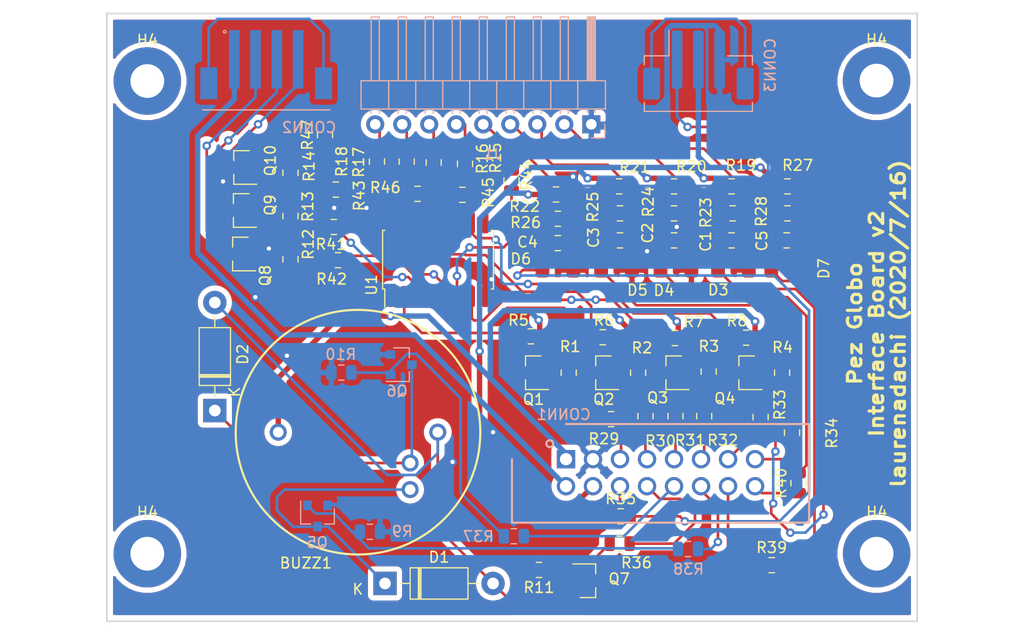
<source format=kicad_pcb>
(kicad_pcb (version 20171130) (host pcbnew "(5.1.6-0-10_14)")
  (layers (0 F.Cu signal) (31 B.Cu signal hide) (34 B.Paste user hide) (35 F.Paste user) (36 B.SilkS user hide) (37 F.SilkS user) (38 B.Mask user hide) (39 F.Mask user) (44 Edge.Cuts user))
  (net 0 "")
  (net 1 "Net-(BUZZ1-Pad4)")
  (net 2 5V)
  (net 3 "Net-(BUZZ1-Pad3)")
  (net 4 "Net-(BUZZ1-Pad2)")
  (net 5 GND)
  (net 6 SET_ALARM_EN)
  (net 7 SET_LOCK)
  (net 8 SET_PWR_ON_OFF)
  (net 9 +12V)
  (net 10 3.3V)
  (net 11 SER_IN)
  (net 12 SER_CLK)
  (net 13 ALARM1_LOW)
  (net 14 ~SER_CLR)
  (net 15 ALARM1_MED)
  (net 16 SER_RCLK)
  (net 17 ALARM1_HIGH)
  (net 18 "Net-(CONN2-Pad5)")
  (net 19 "Net-(CONN2-Pad4)")
  (net 20 "Net-(CONN2-Pad3)")
  (net 21 "Net-(CONN2-Pad2)")
  (net 22 "Net-(CONN3-Pad1)")
  (net 23 "Net-(CONN3-Pad4)")
  (net 24 "Net-(J1-Pad2)")
  (net 25 "Net-(J1-Pad3)")
  (net 26 "Net-(J1-Pad4)")
  (net 27 "Net-(J1-Pad5)")
  (net 28 "Net-(J1-Pad6)")
  (net 29 "Net-(J1-Pad7)")
  (net 30 "Net-(J1-Pad8)")
  (net 31 "Net-(J1-Pad9)")
  (net 32 "Net-(Q1-Pad3)")
  (net 33 "Net-(Q2-Pad3)")
  (net 34 "Net-(Q3-Pad3)")
  (net 35 "Net-(Q4-Pad3)")
  (net 36 LEDG_EN)
  (net 37 LEDR_EN)
  (net 38 LEDB_EN)
  (net 39 SW1_LED)
  (net 40 SW2_LED)
  (net 41 SW3_LED)
  (net 42 SW4_LED)
  (net 43 "Net-(U1-Pad9)")
  (net 44 "Net-(CONN1-Pad5)")
  (net 45 "Net-(CONN1-Pad6)")
  (net 46 "Net-(CONN1-Pad7)")
  (net 47 "Net-(CONN1-Pad8)")
  (net 48 "Net-(CONN1-Pad9)")
  (net 49 "Net-(CONN1-Pad10)")
  (net 50 "Net-(CONN1-Pad11)")
  (net 51 "Net-(CONN1-Pad12)")
  (net 52 "Net-(CONN1-Pad13)")
  (net 53 "Net-(CONN1-Pad14)")
  (net 54 "Net-(CONN1-Pad15)")
  (net 55 "Net-(CONN1-Pad16)")
  (net 56 "Net-(R41-Pad1)")
  (net 57 "Net-(R42-Pad1)")
  (net 58 "Net-(R43-Pad1)")
  (net 59 "Net-(R44-Pad1)")
  (net 60 "Net-(R45-Pad1)")
  (net 61 "Net-(R46-Pad1)")
  (net 62 "Net-(R47-Pad1)")
  (net 63 "Net-(U1-Pad14)")
  (net 64 SET_100_O2)
  (net 65 SET_MANUAL_BREATH)
  (module Pufferfish:STANDOFF-ELECTRICAL-NOTHERMALS (layer F.Cu) (at 64.77 6.35)
    (fp_text reference H4 (at 0 -3.302) (layer F.SilkS) (effects (justify bottom)))
    (fp_text value STANDOFF_ELECTRICAL-NOTHERMALS)
    (pad P1 thru_hole circle (at -0.01016 -0.04064) (size 6.35 6.35) (drill 3.175) (layers *.Cu *.Mask))
  )
  (module Pufferfish:STANDOFF-ELECTRICAL-NOTHERMALS (layer F.Cu) (at 64.79032 50.7746)
    (fp_text reference H4 (at 0 -3.302) (layer F.SilkS) (effects (justify bottom)))
    (fp_text value STANDOFF_ELECTRICAL-NOTHERMALS)
    (pad P1 thru_hole circle (at -0.02032 0.0254) (size 6.35 6.35) (drill 3.175) (layers *.Cu *.Mask))
  )
  (module Pufferfish:STANDOFF-ELECTRICAL-NOTHERMALS (layer F.Cu) (at -3.7973 50.78476)
    (fp_text reference H4 (at 0 -3.302) (layer F.SilkS) (effects (justify bottom)))
    (fp_text value STANDOFF_ELECTRICAL-NOTHERMALS)
    (pad P1 thru_hole circle (at -0.0127 0.01524) (size 6.35 6.35) (drill 3.175) (layers *.Cu *.Mask))
  )
  (module Pufferfish:STANDOFF-ELECTRICAL-NOTHERMALS (layer F.Cu) (at -3.79984 6.39064)
    (fp_text reference H4 (at 0 -3.302) (layer F.SilkS) (effects (justify bottom)))
    (fp_text value STANDOFF_ELECTRICAL-NOTHERMALS)
    (pad P1 thru_hole circle (at -0.01016 -0.04064) (size 6.35 6.35) (drill 3.175) (layers *.Cu *.Mask))
  )
  (module Pufferfish:SHDR16W66P254_2X8 (layer B.Cu) (at 35.56 41.91 180)
    (fp_text reference CONN1 (at 0.22098 4.20116) (layer B.SilkS) (effects (justify mirror)))
    (fp_text value 5103308-3 hide)
    (pad 1 thru_hole rect (at 0 0 180) (size 1.725 1.725) (drill 1.15) (layers *.Cu *.Mask) (net 2 5V))
    (pad 2 thru_hole circle (at 0 -2.54 180) (size 1.725 1.725) (drill 1.15) (layers *.Cu *.Mask) (net 9 +12V))
    (pad 3 thru_hole circle (at -2.54 0 180) (size 1.725 1.725) (drill 1.15) (layers *.Cu *.Mask) (net 5 GND))
    (pad 4 thru_hole circle (at -2.54 -2.54 180) (size 1.725 1.725) (drill 1.15) (layers *.Cu *.Mask) (net 10 3.3V))
    (pad 5 thru_hole circle (at -5.08 0 180) (size 1.725 1.725) (drill 1.15) (layers *.Cu *.Mask) (net 44 "Net-(CONN1-Pad5)"))
    (pad 6 thru_hole circle (at -5.08 -2.54 180) (size 1.725 1.725) (drill 1.15) (layers *.Cu *.Mask) (net 45 "Net-(CONN1-Pad6)"))
    (pad 7 thru_hole circle (at -7.62 0 180) (size 1.725 1.725) (drill 1.15) (layers *.Cu *.Mask) (net 46 "Net-(CONN1-Pad7)"))
    (pad 8 thru_hole circle (at -7.62 -2.54 180) (size 1.725 1.725) (drill 1.15) (layers *.Cu *.Mask) (net 47 "Net-(CONN1-Pad8)"))
    (pad 9 thru_hole circle (at -10.16 0 180) (size 1.725 1.725) (drill 1.15) (layers *.Cu *.Mask) (net 48 "Net-(CONN1-Pad9)"))
    (pad 10 thru_hole circle (at -10.16 -2.54 180) (size 1.725 1.725) (drill 1.15) (layers *.Cu *.Mask) (net 49 "Net-(CONN1-Pad10)"))
    (pad 11 thru_hole circle (at -12.7 0 180) (size 1.725 1.725) (drill 1.15) (layers *.Cu *.Mask) (net 50 "Net-(CONN1-Pad11)"))
    (pad 12 thru_hole circle (at -12.7 -2.54 180) (size 1.725 1.725) (drill 1.15) (layers *.Cu *.Mask) (net 51 "Net-(CONN1-Pad12)"))
    (pad 13 thru_hole circle (at -15.24 0 180) (size 1.725 1.725) (drill 1.15) (layers *.Cu *.Mask) (net 52 "Net-(CONN1-Pad13)"))
    (pad 14 thru_hole circle (at -15.24 -2.54 180) (size 1.725 1.725) (drill 1.15) (layers *.Cu *.Mask) (net 53 "Net-(CONN1-Pad14)"))
    (pad 15 thru_hole circle (at -17.78 0 180) (size 1.725 1.725) (drill 1.15) (layers *.Cu *.Mask) (net 54 "Net-(CONN1-Pad15)"))
    (pad 16 thru_hole circle (at -17.78 -2.54 180) (size 1.725 1.725) (drill 1.15) (layers *.Cu *.Mask) (net 55 "Net-(CONN1-Pad16)"))
  )
  (module Connector_PinHeader_2.54mm:PinHeader_1x09_P2.54mm_Horizontal (layer B.Cu) (at 37.93998 10.42162 90)
    (fp_text reference J1 (at -2.82194 -9.28624 180) (layer B.SilkS) (effects (justify mirror)))
    (fp_text value Conn_01x09_Male)
    (pad 9 thru_hole oval (at 0 -20.32 90) (size 1.7 1.7) (drill 1) (layers *.Cu *.Mask) (net 31 "Net-(J1-Pad9)"))
    (pad 8 thru_hole oval (at 0 -17.78 90) (size 1.7 1.7) (drill 1) (layers *.Cu *.Mask) (net 30 "Net-(J1-Pad8)"))
    (pad 7 thru_hole oval (at 0 -15.24 90) (size 1.7 1.7) (drill 1) (layers *.Cu *.Mask) (net 29 "Net-(J1-Pad7)"))
    (pad 6 thru_hole oval (at 0 -12.7 90) (size 1.7 1.7) (drill 1) (layers *.Cu *.Mask) (net 28 "Net-(J1-Pad6)"))
    (pad 5 thru_hole oval (at 0 -10.16 90) (size 1.7 1.7) (drill 1) (layers *.Cu *.Mask) (net 27 "Net-(J1-Pad5)"))
    (pad 4 thru_hole oval (at 0 -7.62 90) (size 1.7 1.7) (drill 1) (layers *.Cu *.Mask) (net 26 "Net-(J1-Pad4)"))
    (pad 3 thru_hole oval (at 0 -5.08 90) (size 1.7 1.7) (drill 1) (layers *.Cu *.Mask) (net 25 "Net-(J1-Pad3)"))
    (pad 2 thru_hole oval (at 0 -2.54 90) (size 1.7 1.7) (drill 1) (layers *.Cu *.Mask) (net 24 "Net-(J1-Pad2)"))
    (pad 1 thru_hole rect (at 0 0 90) (size 1.7 1.7) (drill 1) (layers *.Cu *.Mask) (net 5 GND))
  )
  (module Pufferfish:RES_SMD_0805 (layer F.Cu) (at 12.90066 11.42516 90)
    (fp_text reference R47 (at 0 -1.65 90) (layer F.SilkS))
    (fp_text value RES_SMD_0805)
    (pad 2 smd roundrect (at 0.9375 0 90) (size 0.975 1.4) (layers F.Cu F.Paste F.Mask) (net 42 SW4_LED))
    (pad 1 smd roundrect (at -0.9375 0 90) (size 0.975 1.4) (layers F.Cu F.Paste F.Mask) (net 62 "Net-(R47-Pad1)"))
  )
  (module Pufferfish:RES_SMD_0805 (layer F.Cu) (at 21.60778 16.95958 180)
    (fp_text reference R46 (at 3.04038 0.58928) (layer F.SilkS))
    (fp_text value RES_SMD_0805)
    (pad 2 smd roundrect (at 0.9375 0 180) (size 0.975 1.4) (layers F.Cu F.Paste F.Mask) (net 41 SW3_LED))
    (pad 1 smd roundrect (at -0.9375 0 180) (size 0.975 1.4) (layers F.Cu F.Paste F.Mask) (net 61 "Net-(R46-Pad1)"))
  )
  (module Pufferfish:RES_SMD_0805 (layer F.Cu) (at 25.81402 17.05102 180)
    (fp_text reference R45 (at -2.43586 0.20574 90) (layer F.SilkS))
    (fp_text value RES_SMD_0805)
    (pad 2 smd roundrect (at 0.9375 0 180) (size 0.975 1.4) (layers F.Cu F.Paste F.Mask) (net 40 SW2_LED))
    (pad 1 smd roundrect (at -0.9375 0 180) (size 0.975 1.4) (layers F.Cu F.Paste F.Mask) (net 60 "Net-(R45-Pad1)"))
  )
  (module Pufferfish:RES_SMD_0805 (layer F.Cu) (at 30.43682 15.69744 90)
    (fp_text reference R44 (at 0.48792 1.4224 90) (layer F.SilkS))
    (fp_text value RES_SMD_0805)
    (pad 2 smd roundrect (at 0.9375 0 90) (size 0.975 1.4) (layers F.Cu F.Paste F.Mask) (net 39 SW1_LED))
    (pad 1 smd roundrect (at -0.9375 0 90) (size 0.975 1.4) (layers F.Cu F.Paste F.Mask) (net 59 "Net-(R44-Pad1)"))
  )
  (module Pufferfish:RES_SMD_0805 (layer F.Cu) (at 13.9192 16.55572 180)
    (fp_text reference R43 (at -2.19964 -0.57658 270) (layer F.SilkS))
    (fp_text value RES_SMD_0805)
    (pad 2 smd roundrect (at 0.9375 0 180) (size 0.975 1.4) (layers F.Cu F.Paste F.Mask) (net 38 LEDB_EN))
    (pad 1 smd roundrect (at -0.9375 0 180) (size 0.975 1.4) (layers F.Cu F.Paste F.Mask) (net 58 "Net-(R43-Pad1)"))
  )
  (module Pufferfish:RES_SMD_0805 (layer F.Cu) (at 14.11986 23.19528 180)
    (fp_text reference R42 (at 0.60452 -1.78054) (layer F.SilkS))
    (fp_text value RES_SMD_0805)
    (pad 2 smd roundrect (at 0.9375 0 180) (size 0.975 1.4) (layers F.Cu F.Paste F.Mask) (net 36 LEDG_EN))
    (pad 1 smd roundrect (at -0.9375 0 180) (size 0.975 1.4) (layers F.Cu F.Paste F.Mask) (net 57 "Net-(R42-Pad1)"))
  )
  (module Pufferfish:RES_SMD_0805 (layer F.Cu) (at 13.72616 20.07616 180)
    (fp_text reference R41 (at 0.26162 -1.6256) (layer F.SilkS))
    (fp_text value RES_SMD_0805)
    (pad 2 smd roundrect (at 0.9375 0 180) (size 0.975 1.4) (layers F.Cu F.Paste F.Mask) (net 37 LEDR_EN))
    (pad 1 smd roundrect (at -0.9375 0 180) (size 0.975 1.4) (layers F.Cu F.Paste F.Mask) (net 56 "Net-(R41-Pad1)"))
  )
  (module Pufferfish:RES_SMD_0805 (layer F.Cu) (at 57.42178 44.16806 90)
    (fp_text reference R40 (at 0 -1.65 90) (layer F.SilkS))
    (fp_text value RES_SMD_0805)
    (pad 2 smd roundrect (at 0.9375 0 90) (size 0.975 1.4) (layers F.Cu F.Paste F.Mask) (net 64 SET_100_O2))
    (pad 1 smd roundrect (at -0.9375 0 90) (size 0.975 1.4) (layers F.Cu F.Paste F.Mask) (net 55 "Net-(CONN1-Pad16)"))
  )
  (module Pufferfish:RES_SMD_0805 (layer F.Cu) (at 54.90464 51.87442)
    (fp_text reference R39 (at 0 -1.65) (layer F.SilkS))
    (fp_text value RES_SMD_0805)
    (pad 2 smd roundrect (at 0.9375 0) (size 0.975 1.4) (layers F.Cu F.Paste F.Mask) (net 6 SET_ALARM_EN))
    (pad 1 smd roundrect (at -0.9375 0) (size 0.975 1.4) (layers F.Cu F.Paste F.Mask) (net 53 "Net-(CONN1-Pad14)"))
  )
  (module Pufferfish:RES_SMD_0805 (layer B.Cu) (at 47.03294 50.3555 180)
    (fp_text reference R38 (at -0.04342 -1.8923) (layer B.SilkS) (effects (justify mirror)))
    (fp_text value RES_SMD_0805)
    (pad 2 smd roundrect (at 0.9375 0 180) (size 0.975 1.4) (layers B.Cu B.Paste B.Mask) (net 17 ALARM1_HIGH))
    (pad 1 smd roundrect (at -0.9375 0 180) (size 0.975 1.4) (layers B.Cu B.Paste B.Mask) (net 51 "Net-(CONN1-Pad12)"))
  )
  (module Pufferfish:RES_SMD_0805 (layer B.Cu) (at 30.65272 49.15154 180)
    (fp_text reference R37 (at 3.33248 -0.03302 180) (layer B.SilkS) (effects (justify mirror)))
    (fp_text value RES_SMD_0805)
    (pad 2 smd roundrect (at 0.9375 0 180) (size 0.975 1.4) (layers B.Cu B.Paste B.Mask) (net 15 ALARM1_MED))
    (pad 1 smd roundrect (at -0.9375 0 180) (size 0.975 1.4) (layers B.Cu B.Paste B.Mask) (net 49 "Net-(CONN1-Pad10)"))
  )
  (module Pufferfish:RES_SMD_0805 (layer F.Cu) (at 40.60444 49.85004 180)
    (fp_text reference R36 (at -1.58242 -1.81102) (layer F.SilkS))
    (fp_text value RES_SMD_0805)
    (pad 2 smd roundrect (at 0.9375 0 180) (size 0.975 1.4) (layers F.Cu F.Paste F.Mask) (net 13 ALARM1_LOW))
    (pad 1 smd roundrect (at -0.9375 0 180) (size 0.975 1.4) (layers F.Cu F.Paste F.Mask) (net 47 "Net-(CONN1-Pad8)"))
  )
  (module Pufferfish:RES_SMD_0805 (layer F.Cu) (at 40.70374 47.2821)
    (fp_text reference R35 (at 0 -1.65) (layer F.SilkS))
    (fp_text value RES_SMD_0805)
    (pad 2 smd roundrect (at 0.9375 0) (size 0.975 1.4) (layers F.Cu F.Paste F.Mask) (net 7 SET_LOCK))
    (pad 1 smd roundrect (at -0.9375 0) (size 0.975 1.4) (layers F.Cu F.Paste F.Mask) (net 45 "Net-(CONN1-Pad6)"))
  )
  (module Pufferfish:RES_SMD_0805 (layer F.Cu) (at 56.81472 39.41548 270)
    (fp_text reference R34 (at 0.05358 -3.74142 90) (layer F.SilkS))
    (fp_text value RES_SMD_0805)
    (pad 2 smd roundrect (at 0.9375 0 270) (size 0.975 1.4) (layers F.Cu F.Paste F.Mask) (net 54 "Net-(CONN1-Pad15)"))
    (pad 1 smd roundrect (at -0.9375 0 270) (size 0.975 1.4) (layers F.Cu F.Paste F.Mask) (net 65 SET_MANUAL_BREATH))
  )
  (module Pufferfish:RES_SMD_0805 (layer F.Cu) (at 53.85816 37.95014 270)
    (fp_text reference R33 (at -1.1557 -1.80594 90) (layer F.SilkS))
    (fp_text value RES_SMD_0805)
    (pad 2 smd roundrect (at 0.9375 0 270) (size 0.975 1.4) (layers F.Cu F.Paste F.Mask) (net 52 "Net-(CONN1-Pad13)"))
    (pad 1 smd roundrect (at -0.9375 0 270) (size 0.975 1.4) (layers F.Cu F.Paste F.Mask) (net 8 SET_PWR_ON_OFF))
  )
  (module Pufferfish:RES_SMD_0805 (layer F.Cu) (at 48.5521 37.86378 270)
    (fp_text reference R32 (at 2.26314 -1.74752 180) (layer F.SilkS))
    (fp_text value RES_SMD_0805)
    (pad 2 smd roundrect (at 0.9375 0 270) (size 0.975 1.4) (layers F.Cu F.Paste F.Mask) (net 50 "Net-(CONN1-Pad11)"))
    (pad 1 smd roundrect (at -0.9375 0 270) (size 0.975 1.4) (layers F.Cu F.Paste F.Mask) (net 16 SER_RCLK))
  )
  (module Pufferfish:RES_SMD_0805 (layer F.Cu) (at 45.85716 37.86378 270)
    (fp_text reference R31 (at 2.26314 -1.38176 180) (layer F.SilkS))
    (fp_text value RES_SMD_0805)
    (pad 2 smd roundrect (at 0.9375 0 270) (size 0.975 1.4) (layers F.Cu F.Paste F.Mask) (net 48 "Net-(CONN1-Pad9)"))
    (pad 1 smd roundrect (at -0.9375 0 270) (size 0.975 1.4) (layers F.Cu F.Paste F.Mask) (net 14 ~SER_CLR))
  )
  (module Pufferfish:RES_SMD_0805 (layer F.Cu) (at 43.03268 37.86378 270)
    (fp_text reference R30 (at 2.32918 -1.41224 180) (layer F.SilkS))
    (fp_text value RES_SMD_0805)
    (pad 2 smd roundrect (at 0.9375 0 270) (size 0.975 1.4) (layers F.Cu F.Paste F.Mask) (net 46 "Net-(CONN1-Pad7)"))
    (pad 1 smd roundrect (at -0.9375 0 270) (size 0.975 1.4) (layers F.Cu F.Paste F.Mask) (net 12 SER_CLK))
  )
  (module Pufferfish:RES_SMD_0805 (layer F.Cu) (at 39.79926 38.14064)
    (fp_text reference R29 (at -0.67564 1.85166) (layer F.SilkS))
    (fp_text value RES_SMD_0805)
    (pad 2 smd roundrect (at 0.9375 0) (size 0.975 1.4) (layers F.Cu F.Paste F.Mask) (net 44 "Net-(CONN1-Pad5)"))
    (pad 1 smd roundrect (at -0.9375 0) (size 0.975 1.4) (layers F.Cu F.Paste F.Mask) (net 11 SER_IN))
  )
  (module Pufferfish:Buzzer-MSS5MMG (layer F.Cu) (at 16.002 39.37)
    (fp_text reference BUZZ1 (at -4.90728 12.3063) (layer F.SilkS))
    (fp_text value BUZZER-MALLORY)
    (pad 4 thru_hole circle (at 7.5 0) (size 1.6 1.6) (drill 1) (layers *.Cu *.Mask) (net 1 "Net-(BUZZ1-Pad4)"))
    (pad 1 thru_hole circle (at -7.5 0) (size 1.6 1.6) (drill 1) (layers *.Cu *.Mask) (net 2 5V))
    (pad 3 thru_hole circle (at 4.9 2.9) (size 1.6 1.6) (drill 1) (layers *.Cu *.Mask) (net 3 "Net-(BUZZ1-Pad3)"))
    (pad 2 thru_hole circle (at 4.9 5.4) (size 1.6 1.6) (drill 1) (layers *.Cu *.Mask) (net 4 "Net-(BUZZ1-Pad2)"))
  )
  (module Pufferfish:CAP_SMD_0805 (layer F.Cu) (at 51.1325 21.336)
    (fp_text reference C1 (at -2.44578 0.09906 90) (layer F.SilkS))
    (fp_text value 0.1uF)
    (pad 2 smd roundrect (at 0.9375 0) (size 0.975 1.4) (layers F.Cu F.Paste F.Mask) (net 5 GND))
    (pad 1 smd roundrect (at -0.9375 0) (size 0.975 1.4) (layers F.Cu F.Paste F.Mask) (net 6 SET_ALARM_EN))
  )
  (module Pufferfish:CAP_SMD_0805 (layer F.Cu) (at 45.72 21.336)
    (fp_text reference C2 (at -2.48158 -0.6858 90) (layer F.SilkS))
    (fp_text value 0.1uF)
    (pad 2 smd roundrect (at 0.9375 0) (size 0.975 1.4) (layers F.Cu F.Paste F.Mask) (net 5 GND))
    (pad 1 smd roundrect (at -0.9375 0) (size 0.975 1.4) (layers F.Cu F.Paste F.Mask) (net 64 SET_100_O2))
  )
  (module Pufferfish:CAP_SMD_0805 (layer F.Cu) (at 40.64 21.336)
    (fp_text reference C3 (at -2.49174 -0.25654 90) (layer F.SilkS))
    (fp_text value 0.1uF)
    (pad 1 smd roundrect (at -0.9375 0) (size 0.975 1.4) (layers F.Cu F.Paste F.Mask) (net 65 SET_MANUAL_BREATH))
    (pad 2 smd roundrect (at 0.9375 0) (size 0.975 1.4) (layers F.Cu F.Paste F.Mask) (net 5 GND))
  )
  (module Pufferfish:CAP_SMD_0805 (layer F.Cu) (at 34.798 21.59)
    (fp_text reference C4 (at -2.8575 -0.09652) (layer F.SilkS))
    (fp_text value 0.1uF)
    (pad 1 smd roundrect (at -0.9375 0) (size 0.975 1.4) (layers F.Cu F.Paste F.Mask) (net 7 SET_LOCK))
    (pad 2 smd roundrect (at 0.9375 0) (size 0.975 1.4) (layers F.Cu F.Paste F.Mask) (net 5 GND))
  )
  (module Pufferfish:CAP_SMD_0805 (layer F.Cu) (at 56.3095 21.336)
    (fp_text reference C5 (at -2.33196 0.04826 90) (layer F.SilkS))
    (fp_text value 0.1uF)
    (pad 1 smd roundrect (at -0.9375 0) (size 0.975 1.4) (layers F.Cu F.Paste F.Mask) (net 8 SET_PWR_ON_OFF))
    (pad 2 smd roundrect (at 0.9375 0) (size 0.975 1.4) (layers F.Cu F.Paste F.Mask) (net 5 GND))
  )
  (module Pufferfish:JST_B4B-PH-SM4-TB (layer B.Cu) (at 7.366 4.318)
    (fp_text reference CONN2 (at 4.03606 6.4008) (layer B.SilkS) (effects (font (size 1.000724 1.000724)) (justify mirror)))
    (fp_text value "B4B-PH-SM4-TB(LF)(SN)")
    (pad 6 smd rect (at 5.4 2.25) (size 1.6 3) (layers B.Cu B.Paste B.Mask) (net 18 "Net-(CONN2-Pad5)"))
    (pad 5 smd rect (at -5.4 2.25) (size 1.6 3) (layers B.Cu B.Paste B.Mask) (net 18 "Net-(CONN2-Pad5)"))
    (pad 4 smd rect (at 3 0) (size 1 5.5) (layers B.Cu B.Paste B.Mask) (net 19 "Net-(CONN2-Pad4)"))
    (pad 1 smd rect (at -3 0) (size 1 5.5) (layers B.Cu B.Paste B.Mask) (net 9 +12V))
    (pad 3 smd rect (at 1 0) (size 1 5.5) (layers B.Cu B.Paste B.Mask) (net 20 "Net-(CONN2-Pad3)"))
    (pad 2 smd rect (at -1 0) (size 1 5.5) (layers B.Cu B.Paste B.Mask) (net 21 "Net-(CONN2-Pad2)"))
  )
  (module Pufferfish:JST_B3B-PH-SM4-TB (layer B.Cu) (at 48.006 5.842)
    (fp_text reference CONN3 (at 6.75894 -0.9906 90) (layer B.SilkS) (effects (justify mirror)))
    (fp_text value "B3B-PH-SM4-TB(LF)(SN)")
    (pad 3 smd roundrect (at 2 -1.5) (size 1 5.5) (layers B.Cu B.Paste B.Mask) (net 5 GND))
    (pad 1 smd roundrect (at -2 -1.5) (size 1 5.5) (layers B.Cu B.Paste B.Mask) (net 22 "Net-(CONN3-Pad1)"))
    (pad 2 smd roundrect (at 0 -1.5) (size 1 5.5) (layers B.Cu B.Paste B.Mask) (net 10 3.3V))
    (pad 4 smd roundrect (at -4.4 0.75) (size 1.6 3) (layers B.Cu B.Paste B.Mask) (roundrect_rratio 0.156) (net 23 "Net-(CONN3-Pad4)"))
    (pad 5 smd roundrect (at 4.4 0.75) (size 1.6 3) (layers B.Cu B.Paste B.Mask) (roundrect_rratio 0.156) (net 23 "Net-(CONN3-Pad4)"))
  )
  (module Diode_THT:D_DO-41_SOD81_P10.16mm_Horizontal (layer F.Cu) (at 18.542 53.594)
    (fp_text reference D1 (at 5.08 -2.47) (layer F.SilkS))
    (fp_text value 1N4001)
    (fp_text user K (at -2.55524 0.54864) (layer F.SilkS))
    (pad 1 thru_hole rect (at 0 0) (size 2.2 2.2) (drill 1.1) (layers *.Cu *.Mask) (net 4 "Net-(BUZZ1-Pad2)"))
    (pad 2 thru_hole oval (at 10.16 0) (size 2.2 2.2) (drill 1.1) (layers *.Cu *.Mask) (net 1 "Net-(BUZZ1-Pad4)"))
  )
  (module Diode_THT:D_DO-41_SOD81_P10.16mm_Horizontal (layer F.Cu) (at 2.54 37.338 90)
    (fp_text reference D2 (at 5.29082 2.62128 90) (layer F.SilkS))
    (fp_text value 1N4001)
    (fp_text user K (at 1.74752 1.8542 90) (layer F.SilkS))
    (pad 2 thru_hole oval (at 10.16 0 90) (size 2.2 2.2) (drill 1.1) (layers *.Cu *.Mask) (net 1 "Net-(BUZZ1-Pad4)"))
    (pad 1 thru_hole rect (at 0 0 90) (size 2.2 2.2) (drill 1.1) (layers *.Cu *.Mask) (net 3 "Net-(BUZZ1-Pad3)"))
  )
  (module Pufferfish:D_TVS_SMF3.3 (layer F.Cu) (at 51.308 24.13)
    (fp_text reference D3 (at -1.42748 1.86436) (layer F.SilkS))
    (fp_text value SMF3.3)
    (pad 1 smd roundrect (at -1.45 0) (size 1.3 1.4) (layers F.Cu F.Paste F.Mask) (net 6 SET_ALARM_EN))
    (pad 2 smd roundrect (at 1.45 0) (size 1.3 1.4) (layers F.Cu F.Paste F.Mask) (net 5 GND))
  )
  (module Pufferfish:D_TVS_SMF3.3 (layer F.Cu) (at 45.9 24.13)
    (fp_text reference D4 (at -1.12996 1.91516) (layer F.SilkS))
    (fp_text value SMF3.3)
    (pad 1 smd roundrect (at -1.45 0) (size 1.3 1.4) (layers F.Cu F.Paste F.Mask) (net 64 SET_100_O2))
    (pad 2 smd roundrect (at 1.45 0) (size 1.3 1.4) (layers F.Cu F.Paste F.Mask) (net 5 GND))
  )
  (module Pufferfish:D_TVS_SMF3.3 (layer F.Cu) (at 40.312 24.13)
    (fp_text reference D5 (at 1.9663 1.88468) (layer F.SilkS))
    (fp_text value SMF3.3)
    (pad 2 smd roundrect (at 1.45 0) (size 1.3 1.4) (layers F.Cu F.Paste F.Mask) (net 5 GND))
    (pad 1 smd roundrect (at -1.45 0) (size 1.3 1.4) (layers F.Cu F.Paste F.Mask) (net 65 SET_MANUAL_BREATH))
  )
  (module Pufferfish:D_TVS_SMF3.3 (layer F.Cu) (at 34.798 24.13)
    (fp_text reference D6 (at -3.48742 -1.0541) (layer F.SilkS))
    (fp_text value SMF3.3)
    (pad 2 smd roundrect (at 1.45 0) (size 1.3 1.4) (layers F.Cu F.Paste F.Mask) (net 5 GND))
    (pad 1 smd roundrect (at -1.45 0) (size 1.3 1.4) (layers F.Cu F.Paste F.Mask) (net 7 SET_LOCK))
  )
  (module Pufferfish:D_TVS_SMF3.3 (layer F.Cu) (at 56.314 24.13)
    (fp_text reference D7 (at 3.48268 -0.1397 90) (layer F.SilkS))
    (fp_text value SMF3.3)
    (pad 2 smd roundrect (at 1.45 0) (size 1.3 1.4) (layers F.Cu F.Paste F.Mask) (net 5 GND))
    (pad 1 smd roundrect (at -1.45 0) (size 1.3 1.4) (layers F.Cu F.Paste F.Mask) (net 8 SET_PWR_ON_OFF))
  )
  (module Package_TO_SOT_SMD:SOT-23 (layer F.Cu) (at 32.512 33.782 180)
    (fp_text reference Q1 (at 0 -2.5) (layer F.SilkS))
    (fp_text value 2N7002E)
    (pad 1 smd rect (at -1 -0.95 180) (size 0.9 0.8) (layers F.Cu F.Paste F.Mask) (net 11 SER_IN))
    (pad 2 smd rect (at -1 0.95 180) (size 0.9 0.8) (layers F.Cu F.Paste F.Mask) (net 5 GND))
    (pad 3 smd rect (at 1 0 180) (size 0.9 0.8) (layers F.Cu F.Paste F.Mask) (net 32 "Net-(Q1-Pad3)"))
  )
  (module Package_TO_SOT_SMD:SOT-23 (layer F.Cu) (at 39.116 33.782 180)
    (fp_text reference Q2 (at 0 -2.5) (layer F.SilkS))
    (fp_text value 2N7002E)
    (pad 3 smd rect (at 1 0 180) (size 0.9 0.8) (layers F.Cu F.Paste F.Mask) (net 33 "Net-(Q2-Pad3)"))
    (pad 2 smd rect (at -1 0.95 180) (size 0.9 0.8) (layers F.Cu F.Paste F.Mask) (net 5 GND))
    (pad 1 smd rect (at -1 -0.95 180) (size 0.9 0.8) (layers F.Cu F.Paste F.Mask) (net 12 SER_CLK))
  )
  (module Package_TO_SOT_SMD:SOT-23 (layer F.Cu) (at 45.72 33.782 180)
    (fp_text reference Q3 (at 1.53924 -2.35204) (layer F.SilkS))
    (fp_text value 2N7002E)
    (pad 1 smd rect (at -1 -0.95 180) (size 0.9 0.8) (layers F.Cu F.Paste F.Mask) (net 14 ~SER_CLR))
    (pad 2 smd rect (at -1 0.95 180) (size 0.9 0.8) (layers F.Cu F.Paste F.Mask) (net 5 GND))
    (pad 3 smd rect (at 1 0 180) (size 0.9 0.8) (layers F.Cu F.Paste F.Mask) (net 34 "Net-(Q3-Pad3)"))
  )
  (module Package_TO_SOT_SMD:SOT-23 (layer F.Cu) (at 52.578 33.782 180)
    (fp_text reference Q4 (at 2.07772 -2.41808) (layer F.SilkS))
    (fp_text value 2N7002E)
    (pad 3 smd rect (at 1 0 180) (size 0.9 0.8) (layers F.Cu F.Paste F.Mask) (net 35 "Net-(Q4-Pad3)"))
    (pad 2 smd rect (at -1 0.95 180) (size 0.9 0.8) (layers F.Cu F.Paste F.Mask) (net 5 GND))
    (pad 1 smd rect (at -1 -0.95 180) (size 0.9 0.8) (layers F.Cu F.Paste F.Mask) (net 16 SER_RCLK))
  )
  (module Package_TO_SOT_SMD:SOT-23 (layer B.Cu) (at 12.192 47.244 270)
    (fp_text reference Q5 (at 2.50698 0.03048 180) (layer B.SilkS) (effects (justify mirror)))
    (fp_text value DMN10H220L)
    (pad 3 smd rect (at 1 0 270) (size 0.9 0.8) (layers B.Cu B.Paste B.Mask) (net 4 "Net-(BUZZ1-Pad2)"))
    (pad 2 smd rect (at -1 -0.95 270) (size 0.9 0.8) (layers B.Cu B.Paste B.Mask) (net 5 GND))
    (pad 1 smd rect (at -1 0.95 270) (size 0.9 0.8) (layers B.Cu B.Paste B.Mask) (net 17 ALARM1_HIGH))
  )
  (module Package_TO_SOT_SMD:SOT-23 (layer B.Cu) (at 20.066 33.02)
    (fp_text reference Q6 (at -0.39116 2.48412) (layer B.SilkS) (effects (justify mirror)))
    (fp_text value DMN10H220L)
    (pad 1 smd rect (at -1 0.95) (size 0.9 0.8) (layers B.Cu B.Paste B.Mask) (net 15 ALARM1_MED))
    (pad 2 smd rect (at -1 -0.95) (size 0.9 0.8) (layers B.Cu B.Paste B.Mask) (net 5 GND))
    (pad 3 smd rect (at 1 0) (size 0.9 0.8) (layers B.Cu B.Paste B.Mask) (net 3 "Net-(BUZZ1-Pad3)"))
  )
  (module Package_TO_SOT_SMD:SOT-23 (layer F.Cu) (at 37.592 53.34)
    (fp_text reference Q7 (at 2.96418 -0.1778) (layer F.SilkS))
    (fp_text value DMN10H220L)
    (pad 1 smd rect (at -1 -0.95) (size 0.9 0.8) (layers F.Cu F.Paste F.Mask) (net 13 ALARM1_LOW))
    (pad 2 smd rect (at -1 0.95) (size 0.9 0.8) (layers F.Cu F.Paste F.Mask) (net 5 GND))
    (pad 3 smd rect (at 1 0) (size 0.9 0.8) (layers F.Cu F.Paste F.Mask) (net 1 "Net-(BUZZ1-Pad4)"))
  )
  (module Package_TO_SOT_SMD:SOT-23 (layer F.Cu) (at 4.97078 22.61616 180)
    (fp_text reference Q8 (at -2.30632 -2.02946 270) (layer F.SilkS))
    (fp_text value 2N7002E)
    (pad 1 smd rect (at -1 -0.95 180) (size 0.9 0.8) (layers F.Cu F.Paste F.Mask) (net 36 LEDG_EN))
    (pad 2 smd rect (at -1 0.95 180) (size 0.9 0.8) (layers F.Cu F.Paste F.Mask) (net 5 GND))
    (pad 3 smd rect (at 1 0 180) (size 0.9 0.8) (layers F.Cu F.Paste F.Mask) (net 21 "Net-(CONN2-Pad2)"))
  )
  (module Package_TO_SOT_SMD:SOT-23 (layer F.Cu) (at 5.04774 18.52172 180)
    (fp_text reference Q9 (at -2.69494 0.51308 270) (layer F.SilkS))
    (fp_text value 2N7002E)
    (pad 3 smd rect (at 1 0 180) (size 0.9 0.8) (layers F.Cu F.Paste F.Mask) (net 20 "Net-(CONN2-Pad3)"))
    (pad 2 smd rect (at -1 0.95 180) (size 0.9 0.8) (layers F.Cu F.Paste F.Mask) (net 5 GND))
    (pad 1 smd rect (at -1 -0.95 180) (size 0.9 0.8) (layers F.Cu F.Paste F.Mask) (net 37 LEDR_EN))
  )
  (module Package_TO_SOT_SMD:SOT-23 (layer F.Cu) (at 5.08 14.478 180)
    (fp_text reference Q10 (at -2.67208 0.65278 270) (layer F.SilkS))
    (fp_text value 2N7002E)
    (pad 3 smd rect (at 1 0 180) (size 0.9 0.8) (layers F.Cu F.Paste F.Mask) (net 19 "Net-(CONN2-Pad4)"))
    (pad 2 smd rect (at -1 0.95 180) (size 0.9 0.8) (layers F.Cu F.Paste F.Mask) (net 5 GND))
    (pad 1 smd rect (at -1 -0.95 180) (size 0.9 0.8) (layers F.Cu F.Paste F.Mask) (net 38 LEDB_EN))
  )
  (module Pufferfish:RES_SMD_0805 (layer F.Cu) (at 35.814 33.782 90)
    (fp_text reference R1 (at 2.45618 0.13208 180) (layer F.SilkS))
    (fp_text value RES_SMD_0805)
    (pad 2 smd roundrect (at 0.9375 0 90) (size 0.975 1.4) (layers F.Cu F.Paste F.Mask) (net 5 GND))
    (pad 1 smd roundrect (at -0.9375 0 90) (size 0.975 1.4) (layers F.Cu F.Paste F.Mask) (net 11 SER_IN))
  )
  (module Pufferfish:RES_SMD_0805 (layer F.Cu) (at 42.3418 33.782 90)
    (fp_text reference R2 (at 2.3368 0.36068 180) (layer F.SilkS))
    (fp_text value RES_SMD_0805)
    (pad 1 smd roundrect (at -0.9375 0 90) (size 0.975 1.4) (layers F.Cu F.Paste F.Mask) (net 12 SER_CLK))
    (pad 2 smd roundrect (at 0.9375 0 90) (size 0.975 1.4) (layers F.Cu F.Paste F.Mask) (net 5 GND))
  )
  (module Pufferfish:RES_SMD_0805 (layer F.Cu) (at 48.97628 33.67532 90)
    (fp_text reference R3 (at 2.37744 0.02032 180) (layer F.SilkS))
    (fp_text value RES_SMD_0805)
    (pad 2 smd roundrect (at 0.9375 0 90) (size 0.975 1.4) (layers F.Cu F.Paste F.Mask) (net 5 GND))
    (pad 1 smd roundrect (at -0.9375 0 90) (size 0.975 1.4) (layers F.Cu F.Paste F.Mask) (net 14 ~SER_CLR))
  )
  (module Pufferfish:RES_SMD_0805 (layer F.Cu) (at 55.88 33.782 90)
    (fp_text reference R4 (at 2.37744 0.04318 180) (layer F.SilkS))
    (fp_text value RES_SMD_0805)
    (pad 1 smd roundrect (at -0.9375 0 90) (size 0.975 1.4) (layers F.Cu F.Paste F.Mask) (net 16 SER_RCLK))
    (pad 2 smd roundrect (at 0.9375 0 90) (size 0.975 1.4) (layers F.Cu F.Paste F.Mask) (net 5 GND))
  )
  (module Pufferfish:RES_SMD_0805 (layer F.Cu) (at 32.24808 30.36062 180)
    (fp_text reference R5 (at 1.1534 1.51892) (layer F.SilkS))
    (fp_text value RES_SMD_0805)
    (pad 1 smd roundrect (at -0.9375 0 180) (size 0.975 1.4) (layers F.Cu F.Paste F.Mask) (net 2 5V))
    (pad 2 smd roundrect (at 0.9375 0 180) (size 0.975 1.4) (layers F.Cu F.Paste F.Mask) (net 32 "Net-(Q1-Pad3)"))
  )
  (module Pufferfish:RES_SMD_0805 (layer F.Cu) (at 39.00932 30.43936 180)
    (fp_text reference R6 (at -0.12954 1.59258) (layer F.SilkS))
    (fp_text value RES_SMD_0805)
    (pad 2 smd roundrect (at 0.9375 0 180) (size 0.975 1.4) (layers F.Cu F.Paste F.Mask) (net 33 "Net-(Q2-Pad3)"))
    (pad 1 smd roundrect (at -0.9375 0 180) (size 0.975 1.4) (layers F.Cu F.Paste F.Mask) (net 2 5V))
  )
  (module Pufferfish:RES_SMD_0805 (layer F.Cu) (at 45.7985 30.5181 180)
    (fp_text reference R7 (at -1.78332 1.52908) (layer F.SilkS))
    (fp_text value RES_SMD_0805)
    (pad 1 smd roundrect (at -0.9375 0 180) (size 0.975 1.4) (layers F.Cu F.Paste F.Mask) (net 2 5V))
    (pad 2 smd roundrect (at 0.9375 0 180) (size 0.975 1.4) (layers F.Cu F.Paste F.Mask) (net 34 "Net-(Q3-Pad3)"))
  )
  (module Pufferfish:RES_SMD_0805 (layer F.Cu) (at 52.49902 30.48 180)
    (fp_text reference R8 (at 0.86106 1.57734) (layer F.SilkS))
    (fp_text value RES_SMD_0805)
    (pad 2 smd roundrect (at 0.9375 0 180) (size 0.975 1.4) (layers F.Cu F.Paste F.Mask) (net 35 "Net-(Q4-Pad3)"))
    (pad 1 smd roundrect (at -0.9375 0 180) (size 0.975 1.4) (layers F.Cu F.Paste F.Mask) (net 2 5V))
  )
  (module Pufferfish:RES_SMD_0805 (layer B.Cu) (at 17.12468 48.73498)
    (fp_text reference R9 (at 3.04014 -0.03048) (layer B.SilkS) (effects (justify mirror)))
    (fp_text value RES_SMD_0805)
    (pad 2 smd roundrect (at 0.9375 0) (size 0.975 1.4) (layers B.Cu B.Paste B.Mask) (net 5 GND))
    (pad 1 smd roundrect (at -0.9375 0) (size 0.975 1.4) (layers B.Cu B.Paste B.Mask) (net 17 ALARM1_HIGH))
  )
  (module Pufferfish:RES_SMD_0805 (layer B.Cu) (at 14.4376 33.76422 180)
    (fp_text reference R10 (at 0.05358 1.70688) (layer B.SilkS) (effects (justify mirror)))
    (fp_text value RES_SMD_0805)
    (pad 2 smd roundrect (at 0.9375 0 180) (size 0.975 1.4) (layers B.Cu B.Paste B.Mask) (net 5 GND))
    (pad 1 smd roundrect (at -0.9375 0 180) (size 0.975 1.4) (layers B.Cu B.Paste B.Mask) (net 15 ALARM1_MED))
  )
  (module Pufferfish:RES_SMD_0805 (layer F.Cu) (at 33.02 52.324 180)
    (fp_text reference R11 (at 0 -1.65) (layer F.SilkS))
    (fp_text value RES_SMD_0805)
    (pad 1 smd roundrect (at -0.9375 0 180) (size 0.975 1.4) (layers F.Cu F.Paste F.Mask) (net 13 ALARM1_LOW))
    (pad 2 smd roundrect (at 0.9375 0 180) (size 0.975 1.4) (layers F.Cu F.Paste F.Mask) (net 5 GND))
  )
  (module Pufferfish:RES_SMD_0805 (layer F.Cu) (at 9.652 23.114 90)
    (fp_text reference R12 (at 1.4097 1.67386 270) (layer F.SilkS))
    (fp_text value RES_SMD_0805)
    (pad 2 smd roundrect (at 0.9375 0 90) (size 0.975 1.4) (layers F.Cu F.Paste F.Mask) (net 5 GND))
    (pad 1 smd roundrect (at -0.9375 0 90) (size 0.975 1.4) (layers F.Cu F.Paste F.Mask) (net 36 LEDG_EN))
  )
  (module Pufferfish:RES_SMD_0805 (layer F.Cu) (at 9.652 19.05 90)
    (fp_text reference R13 (at 0.89408 1.63576 270) (layer F.SilkS))
    (fp_text value RES_SMD_0805)
    (pad 1 smd roundrect (at -0.9375 0 90) (size 0.975 1.4) (layers F.Cu F.Paste F.Mask) (net 37 LEDR_EN))
    (pad 2 smd roundrect (at 0.9375 0 90) (size 0.975 1.4) (layers F.Cu F.Paste F.Mask) (net 5 GND))
  )
  (module Pufferfish:RES_SMD_0805 (layer F.Cu) (at 9.652 14.986 90)
    (fp_text reference R14 (at 0.60706 1.75006 270) (layer F.SilkS))
    (fp_text value RES_SMD_0805)
    (pad 2 smd roundrect (at 0.9375 0 90) (size 0.975 1.4) (layers F.Cu F.Paste F.Mask) (net 5 GND))
    (pad 1 smd roundrect (at -0.9375 0 90) (size 0.975 1.4) (layers F.Cu F.Paste F.Mask) (net 38 LEDB_EN))
  )
  (module Pufferfish:RES_SMD_0805 (layer F.Cu) (at 26.06548 14.14042 270)
    (fp_text reference R15 (at -0.55142 -2.87528 90) (layer F.SilkS))
    (fp_text value RES_SMD_0805)
    (pad 1 smd roundrect (at -0.9375 0 270) (size 0.975 1.4) (layers F.Cu F.Paste F.Mask) (net 28 "Net-(J1-Pad6)"))
    (pad 2 smd roundrect (at 0.9375 0 270) (size 0.975 1.4) (layers F.Cu F.Paste F.Mask) (net 39 SW1_LED))
  )
  (module Pufferfish:RES_SMD_0805 (layer F.Cu) (at 23.11654 14.00786 270)
    (fp_text reference R16 (at -0.3706 -4.57454 90) (layer F.SilkS))
    (fp_text value RES_SMD_0805)
    (pad 2 smd roundrect (at 0.9375 0 270) (size 0.975 1.4) (layers F.Cu F.Paste F.Mask) (net 40 SW2_LED))
    (pad 1 smd roundrect (at -0.9375 0 270) (size 0.975 1.4) (layers F.Cu F.Paste F.Mask) (net 29 "Net-(J1-Pad7)"))
  )
  (module Pufferfish:RES_SMD_0805 (layer F.Cu) (at 20.57654 13.92936 270)
    (fp_text reference R17 (at 0.05334 4.50596 90) (layer F.SilkS))
    (fp_text value RES_SMD_0805)
    (pad 1 smd roundrect (at -0.9375 0 270) (size 0.975 1.4) (layers F.Cu F.Paste F.Mask) (net 30 "Net-(J1-Pad8)"))
    (pad 2 smd roundrect (at 0.9375 0 270) (size 0.975 1.4) (layers F.Cu F.Paste F.Mask) (net 41 SW3_LED))
  )
  (module Pufferfish:RES_SMD_0805 (layer F.Cu) (at 17.78254 13.92936 270)
    (fp_text reference R18 (at -0.0127 3.31724 90) (layer F.SilkS))
    (fp_text value RES_SMD_0805)
    (pad 2 smd roundrect (at 0.9375 0 270) (size 0.975 1.4) (layers F.Cu F.Paste F.Mask) (net 42 SW4_LED))
    (pad 1 smd roundrect (at -0.9375 0 270) (size 0.975 1.4) (layers F.Cu F.Paste F.Mask) (net 31 "Net-(J1-Pad9)"))
  )
  (module Pufferfish:RES_SMD_0805 (layer F.Cu) (at 51.1325 16.256)
    (fp_text reference R19 (at 0.874 -1.98374) (layer F.SilkS))
    (fp_text value RES_SMD_0805)
    (pad 1 smd roundrect (at -0.9375 0) (size 0.975 1.4) (layers F.Cu F.Paste F.Mask) (net 10 3.3V))
    (pad 2 smd roundrect (at 0.9375 0) (size 0.975 1.4) (layers F.Cu F.Paste F.Mask) (net 24 "Net-(J1-Pad2)"))
  )
  (module Pufferfish:RES_SMD_0805 (layer F.Cu) (at 45.72 16.256)
    (fp_text reference R20 (at 1.6256 -1.86182 180) (layer F.SilkS))
    (fp_text value RES_SMD_0805)
    (pad 1 smd roundrect (at -0.9375 0) (size 0.975 1.4) (layers F.Cu F.Paste F.Mask) (net 10 3.3V))
    (pad 2 smd roundrect (at 0.9375 0) (size 0.975 1.4) (layers F.Cu F.Paste F.Mask) (net 25 "Net-(J1-Pad3)"))
  )
  (module Pufferfish:RES_SMD_0805 (layer F.Cu) (at 40.5615 16.256)
    (fp_text reference R21 (at 1.4501 -1.79832) (layer F.SilkS))
    (fp_text value RES_SMD_0805)
    (pad 2 smd roundrect (at 0.9375 0) (size 0.975 1.4) (layers F.Cu F.Paste F.Mask) (net 26 "Net-(J1-Pad4)"))
    (pad 1 smd roundrect (at -0.9375 0) (size 0.975 1.4) (layers F.Cu F.Paste F.Mask) (net 10 3.3V))
  )
  (module Pufferfish:RES_SMD_0805 (layer F.Cu) (at 34.6225 17.018)
    (fp_text reference R22 (at -2.9487 1.10998) (layer F.SilkS))
    (fp_text value RES_SMD_0805)
    (pad 2 smd roundrect (at 0.9375 0) (size 0.975 1.4) (layers F.Cu F.Paste F.Mask) (net 27 "Net-(J1-Pad5)"))
    (pad 1 smd roundrect (at -0.9375 0) (size 0.975 1.4) (layers F.Cu F.Paste F.Mask) (net 10 3.3V))
  )
  (module Pufferfish:RES_SMD_0805 (layer F.Cu) (at 51.2295 18.796 180)
    (fp_text reference R23 (at 2.51738 0.05842 90) (layer F.SilkS))
    (fp_text value RES_SMD_0805)
    (pad 1 smd roundrect (at -0.9375 0 180) (size 0.975 1.4) (layers F.Cu F.Paste F.Mask) (net 24 "Net-(J1-Pad2)"))
    (pad 2 smd roundrect (at 0.9375 0 180) (size 0.975 1.4) (layers F.Cu F.Paste F.Mask) (net 6 SET_ALARM_EN))
  )
  (module Pufferfish:RES_SMD_0805 (layer F.Cu) (at 45.72 18.796 180)
    (fp_text reference R24 (at 2.42062 1.08966 90) (layer F.SilkS))
    (fp_text value RES_SMD_0805)
    (pad 2 smd roundrect (at 0.9375 0 180) (size 0.975 1.4) (layers F.Cu F.Paste F.Mask) (net 64 SET_100_O2))
    (pad 1 smd roundrect (at -0.9375 0 180) (size 0.975 1.4) (layers F.Cu F.Paste F.Mask) (net 25 "Net-(J1-Pad3)"))
  )
  (module Pufferfish:RES_SMD_0805 (layer F.Cu) (at 40.64 18.796 180)
    (fp_text reference R25 (at 2.5527 0.59944 270) (layer F.SilkS))
    (fp_text value RES_SMD_0805)
    (pad 1 smd roundrect (at -0.9375 0 180) (size 0.975 1.4) (layers F.Cu F.Paste F.Mask) (net 26 "Net-(J1-Pad4)"))
    (pad 2 smd roundrect (at 0.9375 0 180) (size 0.975 1.4) (layers F.Cu F.Paste F.Mask) (net 65 SET_MANUAL_BREATH))
  )
  (module Pufferfish:RES_SMD_0805 (layer F.Cu) (at 34.798 19.304 180)
    (fp_text reference R26 (at 3.03276 -0.35052) (layer F.SilkS))
    (fp_text value RES_SMD_0805)
    (pad 1 smd roundrect (at -0.9375 0 180) (size 0.975 1.4) (layers F.Cu F.Paste F.Mask) (net 27 "Net-(J1-Pad5)"))
    (pad 2 smd roundrect (at 0.9375 0 180) (size 0.975 1.4) (layers F.Cu F.Paste F.Mask) (net 7 SET_LOCK))
  )
  (module Pufferfish:RES_SMD_0805 (layer F.Cu) (at 56.388 16.256)
    (fp_text reference R27 (at 0.9525 -1.98374) (layer F.SilkS))
    (fp_text value RES_SMD_0805)
    (pad 2 smd roundrect (at 0.9375 0) (size 0.975 1.4) (layers F.Cu F.Paste F.Mask) (net 22 "Net-(CONN3-Pad1)"))
    (pad 1 smd roundrect (at -0.9375 0) (size 0.975 1.4) (layers F.Cu F.Paste F.Mask) (net 10 3.3V))
  )
  (module Pufferfish:RES_SMD_0805 (layer F.Cu) (at 56.388 18.796 180)
    (fp_text reference R28 (at 2.46126 0.18796 90) (layer F.SilkS))
    (fp_text value RES_SMD_0805)
    (pad 1 smd roundrect (at -0.9375 0 180) (size 0.975 1.4) (layers F.Cu F.Paste F.Mask) (net 22 "Net-(CONN3-Pad1)"))
    (pad 2 smd roundrect (at 0.9375 0 180) (size 0.975 1.4) (layers F.Cu F.Paste F.Mask) (net 8 SET_PWR_ON_OFF))
  )
  (module Package_SO:SO-16_5.3x10.2mm_P1.27mm (layer F.Cu) (at 23.52548 23.14956 90)
    (fp_text reference U1 (at -2.37744 -6.25602 90) (layer F.SilkS))
    (fp_text value STPIC6D595)
    (pad 1 smd roundrect (at -3.4625 -4.445 90) (size 1.975 0.6) (layers F.Cu F.Paste F.Mask) (net 2 5V))
    (pad 2 smd roundrect (at -3.4625 -3.175 90) (size 1.975 0.6) (layers F.Cu F.Paste F.Mask) (net 32 "Net-(Q1-Pad3)"))
    (pad 3 smd roundrect (at -3.4625 -1.905 90) (size 1.975 0.6) (layers F.Cu F.Paste F.Mask) (net 56 "Net-(R41-Pad1)"))
    (pad 4 smd roundrect (at -3.4625 -0.635 90) (size 1.975 0.6) (layers F.Cu F.Paste F.Mask) (net 57 "Net-(R42-Pad1)"))
    (pad 5 smd roundrect (at -3.4625 0.635 90) (size 1.975 0.6) (layers F.Cu F.Paste F.Mask) (net 58 "Net-(R43-Pad1)"))
    (pad 6 smd roundrect (at -3.4625 1.905 90) (size 1.975 0.6) (layers F.Cu F.Paste F.Mask) (net 59 "Net-(R44-Pad1)"))
    (pad 7 smd roundrect (at -3.4625 3.175 90) (size 1.975 0.6) (layers F.Cu F.Paste F.Mask) (net 34 "Net-(Q3-Pad3)"))
    (pad 8 smd roundrect (at -3.4625 4.445 90) (size 1.975 0.6) (layers F.Cu F.Paste F.Mask) (net 5 GND))
    (pad 9 smd roundrect (at 3.4625 4.445 90) (size 1.975 0.6) (layers F.Cu F.Paste F.Mask) (net 43 "Net-(U1-Pad9)"))
    (pad 10 smd roundrect (at 3.4625 3.175 90) (size 1.975 0.6) (layers F.Cu F.Paste F.Mask) (net 35 "Net-(Q4-Pad3)"))
    (pad 11 smd roundrect (at 3.4625 1.905 90) (size 1.975 0.6) (layers F.Cu F.Paste F.Mask) (net 60 "Net-(R45-Pad1)"))
    (pad 12 smd roundrect (at 3.4625 0.635 90) (size 1.975 0.6) (layers F.Cu F.Paste F.Mask) (net 61 "Net-(R46-Pad1)"))
    (pad 13 smd roundrect (at 3.4625 -0.635 90) (size 1.975 0.6) (layers F.Cu F.Paste F.Mask) (net 62 "Net-(R47-Pad1)"))
    (pad 14 smd roundrect (at 3.4625 -1.905 90) (size 1.975 0.6) (layers F.Cu F.Paste F.Mask) (net 63 "Net-(U1-Pad14)"))
    (pad 15 smd roundrect (at 3.4625 -3.175 90) (size 1.975 0.6) (layers F.Cu F.Paste F.Mask) (net 33 "Net-(Q2-Pad3)"))
    (pad 16 smd roundrect (at 3.4625 -4.445 90) (size 1.975 0.6) (layers F.Cu F.Paste F.Mask) (net 5 GND))
  )
  (gr_text "Pez Globo\nInterface Board v2\nlaurenadachi (2020/7/16)" (at 64.76492 29.1592 90) (layer F.SilkS) (effects (font (size 1.27 1.5) (thickness 0.3))))
  (gr_line (start 68.58 57.15) (end 68.58 0) (layer Edge.Cuts) (width 0.15))
  (gr_line (start -7.62 57.15) (end -7.62 0) (layer Edge.Cuts) (width 0.15))
  (gr_line (start -7.62 57.15) (end 68.58 57.15) (layer Edge.Cuts) (width 0.15))
  (gr_line (start -7.62 0) (end 68.58 0) (layer Edge.Cuts) (width 0.15))
  (segment (start 28.702 53.594) (end 30.988 55.88) (width 0.25) (layer F.Cu) (net 1))
  (segment (start 36.702 55.88) (end 38.592 53.99) (width 0.25) (layer F.Cu) (net 1))
  (segment (start 38.592 53.99) (end 38.592 53.34) (width 0.25) (layer F.Cu) (net 1))
  (segment (start 30.988 55.88) (end 36.702 55.88) (width 0.25) (layer F.Cu) (net 1))
  (segment (start 23.502 48.394) (end 28.702 53.594) (width 0.25) (layer F.Cu) (net 1))
  (segment (start 23.502 39.37) (end 23.502 48.394) (width 0.25) (layer F.Cu) (net 1))
  (segment (start 23.502 41.335002) (end 23.502 39.37) (width 0.25) (layer B.Cu) (net 1))
  (segment (start 21.442001 43.395001) (end 23.502 41.335002) (width 0.25) (layer B.Cu) (net 1))
  (segment (start 18.757001 43.395001) (end 21.442001 43.395001) (width 0.25) (layer B.Cu) (net 1))
  (segment (start 2.54 27.178) (end 18.757001 43.395001) (width 0.25) (layer B.Cu) (net 1))
  (segment (start 8.502 39.37) (end 8.502 34.2035) (width 0.508) (layer F.Cu) (net 2))
  (segment (start 35.56 41.91) (end 35.56 41.402) (width 0.508) (layer B.Cu) (net 2))
  (segment (start 41.04132 30.43936) (end 39.94682 30.43936) (width 0.508) (layer F.Cu) (net 2))
  (segment (start 28.448 31.496) (end 28.448 30.988) (width 0.508) (layer B.Cu) (net 2))
  (segment (start 28.448 34.29) (end 28.448 31.496) (width 0.508) (layer B.Cu) (net 2))
  (segment (start 28.448 29.21) (end 29.718 27.94) (width 0.508) (layer B.Cu) (net 2))
  (segment (start 28.448 31.496) (end 28.448 29.21) (width 0.508) (layer B.Cu) (net 2))
  (via (at 45.974 28.956) (size 0.8) (drill 0.4) (layers F.Cu B.Cu) (net 2))
  (segment (start 44.958 27.94) (end 45.974 28.956) (width 0.508) (layer B.Cu) (net 2))
  (segment (start 39.878 27.94) (end 44.958 27.94) (width 0.508) (layer B.Cu) (net 2))
  (via (at 53.34 28.956) (size 0.8) (drill 0.4) (layers F.Cu B.Cu) (net 2))
  (segment (start 53.34 30.5585) (end 53.5155 30.734) (width 0.508) (layer F.Cu) (net 2))
  (segment (start 53.34 28.956) (end 53.34 30.5585) (width 0.508) (layer F.Cu) (net 2))
  (via (at 32.99206 28.82138) (size 0.8) (drill 0.4) (layers F.Cu B.Cu) (net 2))
  (segment (start 29.718 27.94) (end 32.004 27.94) (width 0.508) (layer B.Cu) (net 2))
  (segment (start 33.08858 28.83662) (end 33.08858 30.26362) (width 0.508) (layer F.Cu) (net 2))
  (segment (start 35.56 41.402) (end 29.21 35.052) (width 0.508) (layer B.Cu) (net 2))
  (segment (start 29.21 35.052) (end 23.114 28.956) (width 0.508) (layer B.Cu) (net 2))
  (segment (start 29.21 35.052) (end 28.448 34.29) (width 0.508) (layer B.Cu) (net 2))
  (segment (start 23.114 28.956) (end 22.606 28.448) (width 0.508) (layer B.Cu) (net 2))
  (via (at 19.05 28.448) (size 0.8) (drill 0.4) (layers F.Cu B.Cu) (net 2))
  (segment (start 22.606 28.448) (end 19.05 28.448) (width 0.508) (layer B.Cu) (net 2))
  (segment (start 19.05 28.448) (end 18.484315 28.448) (width 0.508) (layer F.Cu) (net 2))
  (segment (start 41.29532 30.18536) (end 41.04132 30.43936) (width 0.508) (layer F.Cu) (net 2))
  (segment (start 52.324 27.94) (end 53.34 28.956) (width 0.508) (layer B.Cu) (net 2))
  (segment (start 44.958 27.94) (end 52.324 27.94) (width 0.508) (layer B.Cu) (net 2))
  (segment (start 46.14418 30.01772) (end 46.90618 30.77972) (width 0.508) (layer F.Cu) (net 2))
  (segment (start 46.11624 28.97378) (end 46.11624 29.98978) (width 0.508) (layer F.Cu) (net 2))
  (segment (start 14.313682 28.448) (end 19.05 28.448) (width 0.508) (layer F.Cu) (net 2))
  (segment (start 8.558182 34.2035) (end 14.313682 28.448) (width 0.508) (layer F.Cu) (net 2))
  (segment (start 8.502 34.2035) (end 8.558182 34.2035) (width 0.508) (layer F.Cu) (net 2))
  (segment (start 19.05 26.64254) (end 19.08048 26.61206) (width 0.508) (layer F.Cu) (net 2))
  (segment (start 32.11068 27.94) (end 32.99206 28.82138) (width 0.508) (layer B.Cu) (net 2))
  (segment (start 29.718 27.94) (end 31.91256 27.94) (width 0.508) (layer B.Cu) (net 2))
  (segment (start 31.91256 27.94) (end 32.11068 27.94) (width 0.508) (layer B.Cu) (net 2))
  (segment (start 31.91256 27.94) (end 39.878 27.94) (width 0.508) (layer B.Cu) (net 2))
  (segment (start 39.878 27.94) (end 40.06596 27.94) (width 0.508) (layer B.Cu) (net 2))
  (via (at 40.60444 28.82392) (size 0.8) (drill 0.4) (layers F.Cu B.Cu) (net 2))
  (segment (start 39.878 28.09748) (end 40.60444 28.82392) (width 0.508) (layer B.Cu) (net 2))
  (segment (start 39.878 27.94) (end 39.878 28.09748) (width 0.508) (layer B.Cu) (net 2))
  (segment (start 41.29532 29.5148) (end 41.29532 30.18536) (width 0.508) (layer F.Cu) (net 2))
  (segment (start 40.60444 28.82392) (end 41.29532 29.5148) (width 0.508) (layer F.Cu) (net 2))
  (segment (start 17.24454 28.448) (end 19.08048 26.61206) (width 0.508) (layer F.Cu) (net 2))
  (segment (start 14.313682 28.448) (end 17.24454 28.448) (width 0.508) (layer F.Cu) (net 2))
  (segment (start 21.066 42.106) (end 20.902 42.27) (width 0.25) (layer B.Cu) (net 3))
  (segment (start 21.066 33.02) (end 21.066 42.106) (width 0.25) (layer B.Cu) (net 3))
  (segment (start 7.472 42.27) (end 20.902 42.27) (width 0.25) (layer F.Cu) (net 3))
  (segment (start 2.54 37.338) (end 7.472 42.27) (width 0.25) (layer F.Cu) (net 3))
  (segment (start 13.192 48.244) (end 18.542 53.594) (width 0.25) (layer B.Cu) (net 4))
  (segment (start 12.192 48.244) (end 13.192 48.244) (width 0.25) (layer B.Cu) (net 4))
  (segment (start 9.078 44.77) (end 20.902 44.77) (width 0.25) (layer B.Cu) (net 4))
  (segment (start 8.382 45.466) (end 9.078 44.77) (width 0.25) (layer B.Cu) (net 4))
  (segment (start 11.526 48.26) (end 9.906 48.26) (width 0.25) (layer B.Cu) (net 4))
  (segment (start 12.192 48.244) (end 11.542 48.244) (width 0.25) (layer B.Cu) (net 4))
  (segment (start 8.382 46.736) (end 8.382 45.466) (width 0.25) (layer B.Cu) (net 4))
  (segment (start 9.906 48.26) (end 8.382 46.736) (width 0.25) (layer B.Cu) (net 4))
  (segment (start 11.542 48.244) (end 11.526 48.26) (width 0.25) (layer B.Cu) (net 4))
  (via (at 28.55722 24.98598) (size 0.8) (drill 0.4) (layers F.Cu B.Cu) (net 5))
  (segment (start 36.7515 23.6265) (end 36.248 24.13) (width 0.25) (layer F.Cu) (net 5))
  (segment (start 46.6575 23.4375) (end 47.35 24.13) (width 0.25) (layer F.Cu) (net 5))
  (segment (start 52.07 23.442) (end 52.758 24.13) (width 0.25) (layer F.Cu) (net 5))
  (segment (start 57.247 23.613) (end 57.764 24.13) (width 0.25) (layer F.Cu) (net 5))
  (via (at 43.18 22.352) (size 0.8) (drill 0.4) (layers F.Cu B.Cu) (net 5))
  (segment (start 41.762 23.77) (end 43.18 22.352) (width 0.508) (layer F.Cu) (net 5))
  (segment (start 41.762 24.13) (end 41.762 23.77) (width 0.508) (layer F.Cu) (net 5))
  (via (at 45.974 20.066) (size 0.8) (drill 0.4) (layers F.Cu B.Cu) (net 5))
  (segment (start 43.688 22.352) (end 45.974 20.066) (width 0.508) (layer B.Cu) (net 5))
  (segment (start 43.18 22.352) (end 43.688 22.352) (width 0.508) (layer B.Cu) (net 5))
  (segment (start 45.974 20.6525) (end 46.6575 21.336) (width 0.508) (layer F.Cu) (net 5))
  (segment (start 45.974 20.066) (end 45.974 20.6525) (width 0.508) (layer F.Cu) (net 5))
  (segment (start 52.482001 34.545201) (end 52.482001 33.927999) (width 0.508) (layer F.Cu) (net 5))
  (segment (start 52.391201 34.636001) (end 52.482001 34.545201) (width 0.508) (layer F.Cu) (net 5))
  (segment (start 52.482001 33.927999) (end 53.578 32.832) (width 0.508) (layer F.Cu) (net 5))
  (segment (start 46.92828 32.72532) (end 49.169078 32.72532) (width 0.508) (layer F.Cu) (net 5))
  (segment (start 39.211999 33.736001) (end 40.116 32.832) (width 0.508) (layer F.Cu) (net 5))
  (segment (start 38.769999 34.636001) (end 39.211999 34.194001) (width 0.508) (layer F.Cu) (net 5))
  (segment (start 39.211999 34.194001) (end 39.211999 33.736001) (width 0.508) (layer F.Cu) (net 5))
  (segment (start 37.302799 34.636001) (end 38.769999 34.636001) (width 0.508) (layer F.Cu) (net 5))
  (segment (start 37.211999 34.545201) (end 37.302799 34.636001) (width 0.508) (layer F.Cu) (net 5))
  (segment (start 37.211999 34.242499) (end 37.211999 34.545201) (width 0.508) (layer F.Cu) (net 5))
  (segment (start 35.814 32.8445) (end 37.211999 34.242499) (width 0.508) (layer F.Cu) (net 5))
  (via (at 7.62 22.098) (size 0.8) (drill 0.4) (layers F.Cu B.Cu) (net 5))
  (segment (start 7.6985 22.1765) (end 7.62 22.098) (width 0.508) (layer F.Cu) (net 5))
  (segment (start 9.652 22.1765) (end 7.6985 22.1765) (width 0.508) (layer F.Cu) (net 5))
  (segment (start 7.62 22.098) (end 6.35 23.368) (width 0.508) (layer B.Cu) (net 5))
  (via (at 6.35 26.67) (size 0.8) (drill 0.4) (layers F.Cu B.Cu) (net 5))
  (segment (start 6.35 23.368) (end 6.35 26.67) (width 0.508) (layer B.Cu) (net 5))
  (via (at 9.31888 32.17888) (size 0.8) (drill 0.4) (layers F.Cu B.Cu) (net 5))
  (segment (start 6.35 29.21) (end 9.31888 32.17888) (width 0.508) (layer F.Cu) (net 5))
  (segment (start 6.35 26.67) (end 6.35 29.21) (width 0.508) (layer F.Cu) (net 5))
  (segment (start 9.31888 32.17888) (end 10.922 33.782) (width 0.508) (layer B.Cu) (net 5))
  (segment (start 50.006 1.592) (end 50.006 4.342) (width 0.508) (layer B.Cu) (net 5))
  (segment (start 49.55199 1.13799) (end 50.006 1.592) (width 0.508) (layer B.Cu) (net 5))
  (segment (start 45.05199 1.550388) (end 45.464388 1.13799) (width 0.508) (layer B.Cu) (net 5))
  (segment (start 45.464388 1.13799) (end 49.55199 1.13799) (width 0.508) (layer B.Cu) (net 5))
  (segment (start 45.05199 7.941866) (end 45.05199 1.550388) (width 0.508) (layer B.Cu) (net 5))
  (segment (start 42.325856 10.668) (end 45.05199 7.941866) (width 0.508) (layer B.Cu) (net 5))
  (segment (start 38.354 10.668) (end 42.325856 10.668) (width 0.508) (layer B.Cu) (net 5))
  (via (at 24.892 42.164) (size 0.8) (drill 0.4) (layers F.Cu B.Cu) (net 5))
  (via (at 36.22613 15.33587) (size 0.8) (drill 0.4) (layers F.Cu B.Cu) (net 5))
  (segment (start 37.109261 16.219001) (end 36.22613 15.33587) (width 0.25) (layer B.Cu) (net 5))
  (segment (start 45.51782 1.26699) (end 48.49418 1.26699) (width 0.25) (layer B.Cu) (net 5))
  (segment (start 53.180001 16.219001) (end 37.109261 16.219001) (width 0.25) (layer B.Cu) (net 5))
  (segment (start 54.573001 14.826001) (end 53.180001 16.219001) (width 0.25) (layer B.Cu) (net 5))
  (segment (start 38.354 10.668) (end 42.26683 10.668) (width 0.25) (layer B.Cu) (net 5))
  (segment (start 48.49418 1.26699) (end 48.83101 1.60382) (width 0.25) (layer B.Cu) (net 5))
  (segment (start 48.83101 1.60382) (end 48.83101 8.388008) (width 0.25) (layer B.Cu) (net 5))
  (segment (start 45.18099 1.60382) (end 45.51782 1.26699) (width 0.25) (layer B.Cu) (net 5))
  (segment (start 48.83101 8.388008) (end 54.573001 14.129999) (width 0.25) (layer B.Cu) (net 5))
  (segment (start 45.18099 7.75384) (end 45.18099 1.60382) (width 0.25) (layer B.Cu) (net 5))
  (segment (start 42.26683 10.668) (end 45.18099 7.75384) (width 0.25) (layer B.Cu) (net 5))
  (segment (start 54.573001 14.129999) (end 54.573001 14.826001) (width 0.25) (layer B.Cu) (net 5))
  (via (at 3.30708 15.78864) (size 0.8) (drill 0.4) (layers F.Cu B.Cu) (net 5))
  (segment (start 32.416001 33.927999) (end 32.416001 34.545201) (width 0.508) (layer F.Cu) (net 5))
  (segment (start 32.416001 34.545201) (end 32.325201 34.636001) (width 0.508) (layer F.Cu) (net 5))
  (segment (start 33.512 32.832) (end 32.416001 33.927999) (width 0.508) (layer F.Cu) (net 5))
  (segment (start 32.325201 34.636001) (end 30.698799 34.636001) (width 0.508) (layer F.Cu) (net 5))
  (segment (start 30.698799 34.636001) (end 29.972 33.909202) (width 0.508) (layer F.Cu) (net 5))
  (segment (start 29.972 33.909202) (end 29.972 31.496) (width 0.508) (layer F.Cu) (net 5))
  (via (at 28.702 39.37) (size 0.8) (drill 0.4) (layers F.Cu B.Cu) (net 5))
  (via (at 13.76426 18.28038) (size 0.8) (drill 0.4) (layers F.Cu B.Cu) (net 5))
  (segment (start 13.59638 18.1125) (end 13.76426 18.28038) (width 0.508) (layer F.Cu) (net 5))
  (segment (start 9.652 18.1125) (end 13.59638 18.1125) (width 0.508) (layer F.Cu) (net 5))
  (via (at 16.8021 18.28038) (size 0.8) (drill 0.4) (layers F.Cu B.Cu) (net 5))
  (segment (start 13.76426 18.28038) (end 16.8021 18.28038) (width 0.508) (layer B.Cu) (net 5))
  (segment (start 17.6738 18.28038) (end 19.08048 19.68706) (width 0.508) (layer F.Cu) (net 5))
  (segment (start 16.8021 18.28038) (end 17.6738 18.28038) (width 0.508) (layer F.Cu) (net 5))
  (segment (start 13.48232 33.782) (end 13.5001 33.76422) (width 0.508) (layer B.Cu) (net 5))
  (segment (start 10.922 33.782) (end 13.48232 33.782) (width 0.508) (layer B.Cu) (net 5))
  (segment (start 5.97078 21.66616) (end 6.04524 21.66616) (width 0.508) (layer F.Cu) (net 5))
  (segment (start 6.47708 22.098) (end 7.62 22.098) (width 0.508) (layer F.Cu) (net 5))
  (segment (start 6.04524 21.66616) (end 6.47708 22.098) (width 0.508) (layer F.Cu) (net 5))
  (segment (start 19.08048 20.67456) (end 19.08048 19.68706) (width 0.508) (layer F.Cu) (net 5))
  (segment (start 21.62649 23.22057) (end 19.08048 20.67456) (width 0.508) (layer F.Cu) (net 5))
  (segment (start 27.97048 26.61206) (end 27.97048 25.384143) (width 0.508) (layer F.Cu) (net 5))
  (segment (start 43.49581 33.99851) (end 43.49581 34.13845) (width 0.508) (layer F.Cu) (net 5))
  (segment (start 42.3418 32.8445) (end 43.49581 33.99851) (width 0.508) (layer F.Cu) (net 5))
  (segment (start 45.815999 33.736001) (end 46.72 32.832) (width 0.508) (layer F.Cu) (net 5))
  (segment (start 45.815999 34.353203) (end 45.815999 33.736001) (width 0.508) (layer F.Cu) (net 5))
  (segment (start 45.533201 34.636001) (end 45.815999 34.353203) (width 0.508) (layer F.Cu) (net 5))
  (segment (start 43.993361 34.636001) (end 45.533201 34.636001) (width 0.508) (layer F.Cu) (net 5))
  (segment (start 43.49581 34.13845) (end 43.993361 34.636001) (width 0.508) (layer F.Cu) (net 5))
  (segment (start 48.97628 32.73782) (end 50.42662 34.18816) (width 0.508) (layer F.Cu) (net 5))
  (segment (start 50.42662 34.18816) (end 50.42662 34.97834) (width 0.508) (layer F.Cu) (net 5))
  (segment (start 50.42662 34.97834) (end 50.80254 35.35426) (width 0.508) (layer F.Cu) (net 5))
  (segment (start 51.672942 35.35426) (end 52.482001 34.545201) (width 0.508) (layer F.Cu) (net 5))
  (segment (start 50.80254 35.35426) (end 51.672942 35.35426) (width 0.508) (layer F.Cu) (net 5))
  (segment (start 25.806907 23.22057) (end 21.62649 23.22057) (width 0.508) (layer F.Cu) (net 5))
  (segment (start 28.55722 24.98598) (end 28.0543 24.98598) (width 0.508) (layer F.Cu) (net 5))
  (segment (start 27.813309 25.226971) (end 25.806907 23.22057) (width 0.508) (layer F.Cu) (net 5))
  (segment (start 28.0543 24.98598) (end 27.813309 25.226971) (width 0.508) (layer F.Cu) (net 5))
  (segment (start 27.97048 25.384143) (end 27.813309 25.226971) (width 0.508) (layer F.Cu) (net 5))
  (segment (start 50.292 21.239) (end 50.195 21.336) (width 0.25) (layer F.Cu) (net 6))
  (segment (start 50.292 18.796) (end 50.292 21.239) (width 0.25) (layer F.Cu) (net 6))
  (segment (start 50.195 23.793) (end 49.858 24.13) (width 0.25) (layer F.Cu) (net 6))
  (segment (start 50.195 21.336) (end 50.195 23.793) (width 0.25) (layer F.Cu) (net 6))
  (segment (start 49.858 24.13) (end 51.636 25.908) (width 0.25) (layer F.Cu) (net 6))
  (segment (start 51.636 25.908) (end 57.15 25.908) (width 0.25) (layer F.Cu) (net 6))
  (segment (start 57.15 25.908) (end 58.928 27.686) (width 0.25) (layer F.Cu) (net 6))
  (segment (start 58.928 27.686) (end 58.928 40.619502) (width 0.25) (layer F.Cu) (net 6))
  (segment (start 58.928 49.276) (end 58.928 49.53) (width 0.25) (layer F.Cu) (net 6))
  (segment (start 58.928 40.619502) (end 58.928 49.276) (width 0.25) (layer F.Cu) (net 6))
  (segment (start 58.928 50.546) (end 58.928 49.276) (width 0.25) (layer F.Cu) (net 6))
  (segment (start 57.59958 51.87442) (end 58.928 50.546) (width 0.25) (layer F.Cu) (net 6))
  (segment (start 55.84214 51.87442) (end 57.59958 51.87442) (width 0.25) (layer F.Cu) (net 6))
  (segment (start 33.8605 19.304) (end 33.8605 21.59) (width 0.25) (layer F.Cu) (net 7))
  (segment (start 33.02 23.802) (end 33.348 24.13) (width 0.25) (layer F.Cu) (net 7))
  (segment (start 33.8605 23.6175) (end 33.348 24.13) (width 0.25) (layer F.Cu) (net 7))
  (segment (start 33.8605 21.59) (end 33.8605 23.6175) (width 0.25) (layer F.Cu) (net 7))
  (via (at 30.988 24.638) (size 0.8) (drill 0.4) (layers F.Cu B.Cu) (net 7))
  (segment (start 31.496 24.13) (end 30.988 24.638) (width 0.25) (layer F.Cu) (net 7))
  (segment (start 33.348 24.13) (end 31.496 24.13) (width 0.25) (layer F.Cu) (net 7))
  (segment (start 30.988 24.638) (end 55.118 24.638) (width 0.25) (layer B.Cu) (net 7))
  (segment (start 55.118 24.638) (end 58.42 27.94) (width 0.25) (layer B.Cu) (net 7))
  (segment (start 58.42 27.94) (end 58.42 41.127502) (width 0.25) (layer B.Cu) (net 7))
  (segment (start 58.42 41.127502) (end 58.42 44.958) (width 0.25) (layer B.Cu) (net 7))
  (segment (start 58.42 44.958) (end 55.626 47.752) (width 0.25) (layer B.Cu) (net 7))
  (via (at 46.736 47.752) (size 0.8) (drill 0.4) (layers F.Cu B.Cu) (net 7))
  (segment (start 55.626 47.752) (end 46.736 47.752) (width 0.25) (layer B.Cu) (net 7))
  (segment (start 46.2661 47.2821) (end 46.736 47.752) (width 0.25) (layer F.Cu) (net 7))
  (segment (start 41.64124 47.2821) (end 46.2661 47.2821) (width 0.25) (layer F.Cu) (net 7))
  (segment (start 55.4505 21.2575) (end 55.372 21.336) (width 0.25) (layer F.Cu) (net 8))
  (segment (start 55.4505 18.796) (end 55.4505 21.2575) (width 0.25) (layer F.Cu) (net 8))
  (segment (start 55.372 23.622) (end 54.864 24.13) (width 0.25) (layer F.Cu) (net 8))
  (segment (start 55.372 21.336) (end 55.372 23.622) (width 0.25) (layer F.Cu) (net 8))
  (segment (start 55.88901 25.15501) (end 57.49429 25.15501) (width 0.25) (layer F.Cu) (net 8))
  (segment (start 54.864 24.13) (end 55.88901 25.15501) (width 0.25) (layer F.Cu) (net 8))
  (segment (start 57.49429 25.15501) (end 59.77636 27.43708) (width 0.25) (layer F.Cu) (net 8))
  (via (at 59.77636 47.11446) (size 0.8) (drill 0.4) (layers F.Cu B.Cu) (net 8))
  (segment (start 59.77636 27.43708) (end 59.77636 47.11446) (width 0.25) (layer F.Cu) (net 8))
  (segment (start 59.77636 47.11446) (end 58.07456 48.81626) (width 0.25) (layer B.Cu) (net 8))
  (via (at 56.6547 48.8188) (size 0.8) (drill 0.4) (layers F.Cu B.Cu) (net 8))
  (segment (start 56.65724 48.81626) (end 56.6547 48.8188) (width 0.25) (layer B.Cu) (net 8))
  (segment (start 58.07456 48.81626) (end 56.65724 48.81626) (width 0.25) (layer B.Cu) (net 8))
  (segment (start 56.6547 48.8188) (end 54.85892 47.02302) (width 0.25) (layer F.Cu) (net 8))
  (via (at 55.04688 46.0756) (size 0.8) (drill 0.4) (layers F.Cu B.Cu) (net 8))
  (segment (start 54.85892 46.26356) (end 55.04688 46.0756) (width 0.25) (layer F.Cu) (net 8))
  (segment (start 54.85892 47.02302) (end 54.85892 46.26356) (width 0.25) (layer F.Cu) (net 8))
  (via (at 55.2577 41.185) (size 0.8) (drill 0.4) (layers F.Cu B.Cu) (net 8))
  (segment (start 55.04688 41.39582) (end 55.2577 41.185) (width 0.25) (layer B.Cu) (net 8))
  (segment (start 55.04688 46.0756) (end 55.04688 41.39582) (width 0.25) (layer B.Cu) (net 8))
  (segment (start 55.2577 38.41218) (end 55.2577 41.185) (width 0.25) (layer F.Cu) (net 8))
  (segment (start 53.85816 37.01264) (end 55.2577 38.41218) (width 0.25) (layer F.Cu) (net 8))
  (segment (start 4.366 4.318) (end 4.366 8.08) (width 0.508) (layer B.Cu) (net 9))
  (segment (start 0.923999 11.522001) (end 0.923999 22.513999) (width 0.508) (layer B.Cu) (net 9))
  (segment (start 4.366 8.08) (end 0.923999 11.522001) (width 0.508) (layer B.Cu) (net 9))
  (segment (start 0.923999 22.513999) (end 8.636 30.226) (width 0.508) (layer B.Cu) (net 9))
  (segment (start 35.557798 44.45) (end 35.56 44.45) (width 0.508) (layer B.Cu) (net 9))
  (segment (start 21.333798 30.226) (end 35.557798 44.45) (width 0.508) (layer B.Cu) (net 9))
  (segment (start 8.636 30.226) (end 21.333798 30.226) (width 0.508) (layer B.Cu) (net 9))
  (via (at 27.432 31.75) (size 0.8) (drill 0.4) (layers F.Cu B.Cu) (net 10))
  (segment (start 27.432 31.75) (end 27.432 19.304) (width 0.508) (layer B.Cu) (net 10))
  (via (at 53.848 14.478) (size 0.8) (drill 0.4) (layers F.Cu B.Cu) (net 10))
  (segment (start 53.848 14.478) (end 54.989996 15.619996) (width 0.508) (layer F.Cu) (net 10))
  (segment (start 54.989996 15.795496) (end 55.4505 16.256) (width 0.508) (layer F.Cu) (net 10))
  (segment (start 54.989996 15.619996) (end 54.989996 15.795496) (width 0.508) (layer F.Cu) (net 10))
  (segment (start 29.845 16.891) (end 31.877 16.891) (width 0.508) (layer B.Cu) (net 10))
  (segment (start 27.432 19.304) (end 29.845 16.891) (width 0.508) (layer B.Cu) (net 10))
  (via (at 32.004 17.018) (size 0.8) (drill 0.4) (layers F.Cu B.Cu) (net 10))
  (segment (start 31.877 16.891) (end 32.004 17.018) (width 0.508) (layer B.Cu) (net 10))
  (segment (start 29.845 16.891) (end 32.258 14.478) (width 0.508) (layer B.Cu) (net 10))
  (segment (start 32.004 17.018) (end 33.685 17.018) (width 0.508) (layer F.Cu) (net 10))
  (segment (start 36.576 14.478) (end 37.592 15.494) (width 0.508) (layer B.Cu) (net 10))
  (via (at 37.592 15.494) (size 0.8) (drill 0.4) (layers F.Cu B.Cu) (net 10))
  (segment (start 35.814 14.478) (end 36.576 14.478) (width 0.508) (layer B.Cu) (net 10))
  (segment (start 32.258 14.478) (end 35.814 14.478) (width 0.508) (layer B.Cu) (net 10))
  (segment (start 38.862 15.494) (end 39.624 16.256) (width 0.508) (layer F.Cu) (net 10))
  (segment (start 37.592 15.494) (end 38.862 15.494) (width 0.508) (layer F.Cu) (net 10))
  (segment (start 42.418 14.732) (end 43.18 15.494) (width 0.508) (layer B.Cu) (net 10))
  (segment (start 42.418 14.478) (end 42.418 14.732) (width 0.508) (layer B.Cu) (net 10))
  (segment (start 35.814 14.478) (end 42.418 14.478) (width 0.508) (layer B.Cu) (net 10))
  (via (at 43.18 15.494) (size 0.8) (drill 0.4) (layers F.Cu B.Cu) (net 10))
  (segment (start 44.0205 15.494) (end 44.7825 16.256) (width 0.508) (layer F.Cu) (net 10))
  (segment (start 43.18 15.494) (end 44.0205 15.494) (width 0.508) (layer F.Cu) (net 10))
  (segment (start 48.006 13.462) (end 49.022 14.478) (width 0.508) (layer B.Cu) (net 10))
  (segment (start 48.006 4.342) (end 48.006 13.462) (width 0.508) (layer B.Cu) (net 10))
  (segment (start 49.022 14.478) (end 53.848 14.478) (width 0.508) (layer B.Cu) (net 10))
  (segment (start 47.498 14.478) (end 48.514 15.494) (width 0.508) (layer B.Cu) (net 10))
  (segment (start 46.99 14.478) (end 47.498 14.478) (width 0.508) (layer B.Cu) (net 10))
  (via (at 48.514 15.494) (size 0.8) (drill 0.4) (layers F.Cu B.Cu) (net 10))
  (segment (start 42.418 14.478) (end 46.99 14.478) (width 0.508) (layer B.Cu) (net 10))
  (segment (start 46.99 14.478) (end 49.022 14.478) (width 0.508) (layer B.Cu) (net 10))
  (segment (start 49.433 15.494) (end 50.195 16.256) (width 0.508) (layer F.Cu) (net 10))
  (segment (start 48.514 15.494) (end 49.433 15.494) (width 0.508) (layer F.Cu) (net 10))
  (segment (start 32.512 46.228) (end 36.322 46.228) (width 0.508) (layer F.Cu) (net 10))
  (segment (start 36.322 46.228) (end 38.1 44.45) (width 0.508) (layer F.Cu) (net 10))
  (segment (start 27.432 41.148) (end 32.512 46.228) (width 0.508) (layer F.Cu) (net 10))
  (segment (start 27.432 31.75) (end 27.432 41.148) (width 0.508) (layer F.Cu) (net 10))
  (segment (start 35.8015 34.732) (end 35.814 34.7195) (width 0.25) (layer F.Cu) (net 11))
  (segment (start 33.512 34.732) (end 35.8015 34.732) (width 0.25) (layer F.Cu) (net 11))
  (segment (start 38.86176 37.76726) (end 38.86176 38.14064) (width 0.25) (layer F.Cu) (net 11))
  (segment (start 35.814 34.7195) (end 38.86176 37.76726) (width 0.25) (layer F.Cu) (net 11))
  (segment (start 42.3293 34.732) (end 42.3418 34.7195) (width 0.25) (layer F.Cu) (net 12))
  (segment (start 40.2938 34.732) (end 42.3293 34.732) (width 0.25) (layer F.Cu) (net 12))
  (segment (start 42.3418 36.2354) (end 43.03268 36.92628) (width 0.25) (layer F.Cu) (net 12))
  (segment (start 42.3418 35.89274) (end 42.3418 36.2354) (width 0.25) (layer F.Cu) (net 12))
  (segment (start 42.3418 34.7195) (end 42.3418 35.89274) (width 0.25) (layer F.Cu) (net 12))
  (segment (start 42.3418 35.89274) (end 42.3418 36.0576) (width 0.25) (layer F.Cu) (net 12))
  (segment (start 36.526 52.324) (end 36.592 52.39) (width 0.25) (layer F.Cu) (net 13))
  (segment (start 33.9575 52.324) (end 36.526 52.324) (width 0.25) (layer F.Cu) (net 13))
  (segment (start 37.12698 52.39) (end 39.66694 49.85004) (width 0.25) (layer F.Cu) (net 13))
  (segment (start 36.592 52.39) (end 37.12698 52.39) (width 0.25) (layer F.Cu) (net 13))
  (segment (start 46.7325 34.7195) (end 46.72 34.732) (width 0.25) (layer F.Cu) (net 14))
  (segment (start 48.97628 34.61282) (end 46.94078 34.61282) (width 0.25) (layer F.Cu) (net 14))
  (segment (start 46.72 36.06344) (end 45.85716 36.92628) (width 0.25) (layer F.Cu) (net 14))
  (segment (start 46.72 34.732) (end 46.72 36.06344) (width 0.25) (layer F.Cu) (net 14))
  (segment (start 18.878 33.782) (end 19.066 33.97) (width 0.25) (layer B.Cu) (net 15))
  (segment (start 17.369 33.782) (end 18.878 33.782) (width 0.25) (layer B.Cu) (net 15))
  (segment (start 19.066 33.97) (end 19.066 33.584998) (width 0.25) (layer B.Cu) (net 15))
  (segment (start 21.485002 32.004) (end 25.654 36.172998) (width 0.25) (layer B.Cu) (net 15))
  (segment (start 20.646998 32.004) (end 21.485002 32.004) (width 0.25) (layer B.Cu) (net 15))
  (segment (start 19.066 33.584998) (end 20.646998 32.004) (width 0.25) (layer B.Cu) (net 15))
  (segment (start 25.654 45.09032) (end 29.71522 49.15154) (width 0.25) (layer B.Cu) (net 15))
  (segment (start 25.654 43.27398) (end 25.654 45.09032) (width 0.25) (layer B.Cu) (net 15))
  (segment (start 25.654 36.172998) (end 25.654 43.27398) (width 0.25) (layer B.Cu) (net 15))
  (segment (start 25.654 43.27398) (end 25.654 43.47234) (width 0.25) (layer B.Cu) (net 15))
  (segment (start 17.35122 33.76422) (end 17.369 33.782) (width 0.25) (layer B.Cu) (net 15))
  (segment (start 15.3751 33.76422) (end 17.35122 33.76422) (width 0.25) (layer B.Cu) (net 15))
  (segment (start 55.8675 34.732) (end 55.88 34.7195) (width 0.25) (layer F.Cu) (net 16))
  (segment (start 53.578 34.732) (end 55.8675 34.732) (width 0.25) (layer F.Cu) (net 16))
  (segment (start 51.38372 36.92628) (end 53.578 34.732) (width 0.25) (layer F.Cu) (net 16))
  (segment (start 48.5521 36.92628) (end 51.38372 36.92628) (width 0.25) (layer F.Cu) (net 16))
  (segment (start 13.745001 47.019001) (end 14.986 48.26) (width 0.25) (layer B.Cu) (net 17))
  (segment (start 12.017001 47.019001) (end 13.745001 47.019001) (width 0.25) (layer B.Cu) (net 17))
  (segment (start 11.242 46.244) (end 12.017001 47.019001) (width 0.25) (layer B.Cu) (net 17))
  (segment (start 46.03194 50.292) (end 46.09544 50.3555) (width 0.25) (layer B.Cu) (net 17))
  (segment (start 17.018 50.292) (end 46.03194 50.292) (width 0.25) (layer B.Cu) (net 17))
  (segment (start 15.46098 48.73498) (end 15.12443 48.39843) (width 0.25) (layer B.Cu) (net 17))
  (segment (start 16.18718 48.73498) (end 15.46098 48.73498) (width 0.25) (layer B.Cu) (net 17))
  (segment (start 15.12443 48.39843) (end 17.018 50.292) (width 0.25) (layer B.Cu) (net 17))
  (segment (start 14.986 48.26) (end 15.12443 48.39843) (width 0.25) (layer B.Cu) (net 17))
  (segment (start 12.766 1.844) (end 12.766 6.568) (width 0.25) (layer B.Cu) (net 18))
  (segment (start 2.794 0.508) (end 11.43 0.508) (width 0.25) (layer B.Cu) (net 18))
  (segment (start 1.966 1.336) (end 2.794 0.508) (width 0.25) (layer B.Cu) (net 18))
  (segment (start 11.43 0.508) (end 12.766 1.844) (width 0.25) (layer B.Cu) (net 18))
  (segment (start 1.966 6.568) (end 1.966 1.336) (width 0.25) (layer B.Cu) (net 18))
  (via (at 6.604 10.414) (size 0.8) (drill 0.4) (layers F.Cu B.Cu) (net 19))
  (segment (start 10.366 6.652) (end 6.604 10.414) (width 0.25) (layer B.Cu) (net 19))
  (segment (start 10.366 4.318) (end 10.366 6.652) (width 0.25) (layer B.Cu) (net 19))
  (segment (start 4.08 12.938) (end 4.08 14.478) (width 0.25) (layer F.Cu) (net 19))
  (segment (start 6.604 10.414) (end 4.08 12.938) (width 0.25) (layer F.Cu) (net 19))
  (via (at 3.81 11.938) (size 0.8) (drill 0.4) (layers F.Cu B.Cu) (net 20))
  (segment (start 8.366 7.382) (end 3.81 11.938) (width 0.25) (layer B.Cu) (net 20))
  (segment (start 8.366 4.318) (end 8.366 7.382) (width 0.25) (layer B.Cu) (net 20))
  (segment (start 3.81 11.938) (end 2.286 13.462) (width 0.25) (layer F.Cu) (net 20))
  (segment (start 2.286 16.494) (end 4.08 18.288) (width 0.25) (layer F.Cu) (net 20))
  (segment (start 2.286 13.462) (end 2.286 16.494) (width 0.25) (layer F.Cu) (net 20))
  (via (at 1.778 12.446) (size 0.8) (drill 0.4) (layers F.Cu B.Cu) (net 21))
  (segment (start 6.366 7.858) (end 1.778 12.446) (width 0.25) (layer B.Cu) (net 21))
  (segment (start 6.366 4.318) (end 6.366 7.858) (width 0.25) (layer B.Cu) (net 21))
  (segment (start 1.778 20.42338) (end 3.97078 22.61616) (width 0.25) (layer F.Cu) (net 21))
  (segment (start 1.778 12.446) (end 1.778 20.42338) (width 0.25) (layer F.Cu) (net 21))
  (segment (start 57.3255 16.256) (end 57.3255 18.796) (width 0.25) (layer F.Cu) (net 22))
  (via (at 46.99 10.668) (size 0.8) (drill 0.4) (layers F.Cu B.Cu) (net 22))
  (segment (start 46.006 9.684) (end 46.99 10.668) (width 0.25) (layer B.Cu) (net 22))
  (segment (start 46.006 4.342) (end 46.006 9.684) (width 0.25) (layer B.Cu) (net 22))
  (segment (start 56.95485 16.256) (end 57.3255 16.256) (width 0.25) (layer F.Cu) (net 22))
  (segment (start 51.36685 10.668) (end 56.95485 16.256) (width 0.25) (layer F.Cu) (net 22))
  (segment (start 46.99 10.668) (end 51.36685 10.668) (width 0.25) (layer F.Cu) (net 22))
  (segment (start 51.562 0.508) (end 52.406 1.352) (width 0.25) (layer B.Cu) (net 23))
  (segment (start 52.406 1.352) (end 52.406 6.592) (width 0.25) (layer B.Cu) (net 23))
  (segment (start 44.958 0.508) (end 51.562 0.508) (width 0.25) (layer B.Cu) (net 23))
  (segment (start 43.606 1.86) (end 44.958 0.508) (width 0.25) (layer B.Cu) (net 23))
  (segment (start 43.606 6.592) (end 43.606 1.86) (width 0.25) (layer B.Cu) (net 23))
  (segment (start 52.07 18.699) (end 52.167 18.796) (width 0.25) (layer F.Cu) (net 24))
  (segment (start 52.07 16.256) (end 52.07 18.699) (width 0.25) (layer F.Cu) (net 24))
  (segment (start 35.814 10.668) (end 37.846 12.7) (width 0.25) (layer F.Cu) (net 24))
  (segment (start 48.514 12.7) (end 52.07 16.256) (width 0.25) (layer F.Cu) (net 24))
  (segment (start 37.846 12.7) (end 48.514 12.7) (width 0.25) (layer F.Cu) (net 24))
  (segment (start 46.6575 16.256) (end 46.6575 18.796) (width 0.25) (layer F.Cu) (net 25))
  (segment (start 33.274 10.668) (end 33.274 11.938) (width 0.25) (layer F.Cu) (net 25))
  (segment (start 33.274 11.938) (end 34.798 13.462) (width 0.25) (layer F.Cu) (net 25))
  (segment (start 43.8635 13.462) (end 46.6575 16.256) (width 0.25) (layer F.Cu) (net 25))
  (segment (start 34.798 13.462) (end 43.8635 13.462) (width 0.25) (layer F.Cu) (net 25))
  (segment (start 41.5775 16.3345) (end 41.499 16.256) (width 0.25) (layer F.Cu) (net 26))
  (segment (start 41.5775 18.796) (end 41.5775 16.3345) (width 0.25) (layer F.Cu) (net 26))
  (segment (start 30.734 10.668) (end 34.29 14.224) (width 0.25) (layer F.Cu) (net 26))
  (segment (start 39.467 14.224) (end 41.499 16.256) (width 0.25) (layer F.Cu) (net 26))
  (segment (start 34.29 14.224) (end 39.467 14.224) (width 0.25) (layer F.Cu) (net 26))
  (segment (start 35.7355 17.1935) (end 35.56 17.018) (width 0.25) (layer F.Cu) (net 27))
  (segment (start 35.7355 19.304) (end 35.7355 17.1935) (width 0.25) (layer F.Cu) (net 27))
  (segment (start 31.242 12.7) (end 35.56 17.018) (width 0.25) (layer F.Cu) (net 27))
  (segment (start 30.226 12.7) (end 31.242 12.7) (width 0.25) (layer F.Cu) (net 27))
  (segment (start 28.194 10.668) (end 30.226 12.7) (width 0.25) (layer F.Cu) (net 27))
  (segment (start 26.06548 10.40892) (end 26.06548 13.20292) (width 0.25) (layer F.Cu) (net 28))
  (segment (start 23.11654 10.37336) (end 23.11654 13.07036) (width 0.25) (layer F.Cu) (net 29))
  (segment (start 20.57654 10.37336) (end 20.57654 12.99186) (width 0.25) (layer F.Cu) (net 30))
  (segment (start 18.03654 12.73786) (end 17.78254 12.99186) (width 0.25) (layer F.Cu) (net 31))
  (segment (start 18.03654 10.37336) (end 18.03654 12.73786) (width 0.25) (layer F.Cu) (net 31))
  (segment (start 31.496 33.766) (end 31.512 33.782) (width 0.25) (layer F.Cu) (net 32))
  (segment (start 20.35048 27.001328) (end 20.35048 26.61206) (width 0.25) (layer F.Cu) (net 32))
  (segment (start 31.25724 33.52724) (end 31.512 33.782) (width 0.25) (layer F.Cu) (net 32))
  (segment (start 31.25724 30.04058) (end 31.25724 33.52724) (width 0.25) (layer F.Cu) (net 32))
  (segment (start 22.01164 30.04058) (end 31.25724 30.04058) (width 0.25) (layer F.Cu) (net 32))
  (segment (start 20.364308 28.393248) (end 22.01164 30.04058) (width 0.25) (layer F.Cu) (net 32))
  (segment (start 20.35048 28.393248) (end 20.364308 28.393248) (width 0.25) (layer F.Cu) (net 32))
  (segment (start 20.35048 26.61206) (end 20.35048 28.393248) (width 0.25) (layer F.Cu) (net 32))
  (segment (start 38.1785 33.7195) (end 38.116 33.782) (width 0.25) (layer F.Cu) (net 33))
  (segment (start 38.1785 30.734) (end 38.1785 33.7195) (width 0.25) (layer F.Cu) (net 33))
  (segment (start 20.35048 20.67456) (end 22.31748 22.64156) (width 0.25) (layer F.Cu) (net 33))
  (segment (start 20.35048 19.68706) (end 20.35048 20.67456) (width 0.25) (layer F.Cu) (net 33))
  (segment (start 37.9245 27.5105) (end 37.9245 30.734) (width 0.25) (layer F.Cu) (net 33))
  (segment (start 36.576 26.162) (end 37.9245 27.5105) (width 0.25) (layer F.Cu) (net 33))
  (segment (start 22.31748 22.64156) (end 26.05024 22.64156) (width 0.25) (layer F.Cu) (net 33))
  (segment (start 26.05024 22.64156) (end 26.066898 22.64156) (width 0.25) (layer F.Cu) (net 33))
  (segment (start 27.999521 22.718861) (end 31.44266 26.162) (width 0.25) (layer F.Cu) (net 33))
  (segment (start 26.127541 22.718861) (end 27.999521 22.718861) (width 0.25) (layer F.Cu) (net 33))
  (segment (start 26.05024 22.64156) (end 26.127541 22.718861) (width 0.25) (layer F.Cu) (net 33))
  (segment (start 31.44266 26.162) (end 36.576 26.162) (width 0.25) (layer F.Cu) (net 33))
  (segment (start 44.861 33.641) (end 44.72 33.782) (width 0.25) (layer F.Cu) (net 34))
  (segment (start 44.861 30.734) (end 44.861 33.641) (width 0.25) (layer F.Cu) (net 34))
  (segment (start 26.70048 26.61206) (end 26.70048 25.62456) (width 0.25) (layer F.Cu) (net 34))
  (via (at 36.068 26.924) (size 0.8) (drill 0.4) (layers F.Cu B.Cu) (net 34))
  (segment (start 38.354 26.924) (end 38.358653 26.919347) (width 0.25) (layer B.Cu) (net 34))
  (via (at 38.358653 26.919347) (size 0.8) (drill 0.4) (layers F.Cu B.Cu) (net 34))
  (segment (start 36.068 26.924) (end 38.354 26.924) (width 0.25) (layer B.Cu) (net 34))
  (segment (start 44.507002 30.5181) (end 44.861 30.5181) (width 0.25) (layer F.Cu) (net 34))
  (segment (start 39.930349 26.919347) (end 43.745002 30.734) (width 0.25) (layer F.Cu) (net 34))
  (segment (start 38.358653 26.919347) (end 39.930349 26.919347) (width 0.25) (layer F.Cu) (net 34))
  (segment (start 43.745002 30.734) (end 44.861 30.734) (width 0.25) (layer F.Cu) (net 34))
  (segment (start 26.70048 26.61206) (end 26.70048 27.59956) (width 0.25) (layer F.Cu) (net 34))
  (segment (start 26.70048 26.61206) (end 26.70048 28.65374) (width 0.25) (layer F.Cu) (net 34))
  (segment (start 26.70048 28.65374) (end 26.90876 28.86202) (width 0.25) (layer F.Cu) (net 34))
  (segment (start 26.90876 28.86202) (end 27.76728 28.86202) (width 0.25) (layer F.Cu) (net 34))
  (segment (start 29.7053 26.924) (end 29.89834 26.924) (width 0.25) (layer F.Cu) (net 34))
  (segment (start 27.76728 28.86202) (end 29.7053 26.924) (width 0.25) (layer F.Cu) (net 34))
  (segment (start 29.89834 26.924) (end 36.068 26.924) (width 0.25) (layer F.Cu) (net 34))
  (segment (start 51.6405 33.7195) (end 51.578 33.782) (width 0.25) (layer F.Cu) (net 35))
  (segment (start 51.6405 30.734) (end 51.6405 33.7195) (width 0.25) (layer F.Cu) (net 35))
  (segment (start 26.70048 19.68706) (end 26.70048 20.67456) (width 0.25) (layer F.Cu) (net 35))
  (segment (start 41.91 28.194) (end 49.1005 28.194) (width 0.25) (layer F.Cu) (net 35))
  (segment (start 49.1005 28.194) (end 51.6405 30.734) (width 0.25) (layer F.Cu) (net 35))
  (segment (start 26.70048 20.67456) (end 27.1511 21.12518) (width 0.25) (layer F.Cu) (net 35))
  (via (at 28.95092 21.26886) (size 0.8) (drill 0.4) (layers F.Cu B.Cu) (net 35))
  (segment (start 28.80724 21.12518) (end 28.95092 21.26886) (width 0.25) (layer F.Cu) (net 35))
  (segment (start 27.1511 21.12518) (end 28.80724 21.12518) (width 0.25) (layer F.Cu) (net 35))
  (segment (start 28.95092 21.26886) (end 29.4767 21.79464) (width 0.25) (layer B.Cu) (net 35))
  (via (at 31.983783 25.437) (size 0.8) (drill 0.4) (layers F.Cu B.Cu) (net 35))
  (segment (start 29.4767 25.176792) (end 29.736908 25.437) (width 0.25) (layer B.Cu) (net 35))
  (segment (start 29.736908 25.437) (end 31.983783 25.437) (width 0.25) (layer B.Cu) (net 35))
  (segment (start 29.4767 21.79464) (end 29.4767 25.176792) (width 0.25) (layer B.Cu) (net 35))
  (segment (start 39.67607 25.96007) (end 41.91 28.194) (width 0.25) (layer F.Cu) (net 35))
  (segment (start 39.153 25.437) (end 39.53256 25.81656) (width 0.25) (layer F.Cu) (net 35))
  (segment (start 31.983783 25.437) (end 39.153 25.437) (width 0.25) (layer F.Cu) (net 35))
  (segment (start 39.53256 25.81656) (end 39.67607 25.96007) (width 0.25) (layer F.Cu) (net 35))
  (segment (start 39.37 25.654) (end 39.53256 25.81656) (width 0.25) (layer F.Cu) (net 35))
  (segment (start 9.652 24.0515) (end 10.3355 23.368) (width 0.25) (layer F.Cu) (net 36))
  (segment (start 10.50822 23.19528) (end 9.652 24.0515) (width 0.25) (layer F.Cu) (net 36))
  (segment (start 13.18236 23.19528) (end 10.50822 23.19528) (width 0.25) (layer F.Cu) (net 36))
  (segment (start 9.16666 23.56616) (end 9.652 24.0515) (width 0.25) (layer F.Cu) (net 36))
  (segment (start 5.97078 23.56616) (end 9.16666 23.56616) (width 0.25) (layer F.Cu) (net 36))
  (segment (start 8.9025 19.238) (end 9.652 19.9875) (width 0.25) (layer F.Cu) (net 37))
  (segment (start 6.08 19.238) (end 8.9025 19.238) (width 0.25) (layer F.Cu) (net 37))
  (segment (start 12.7 19.9875) (end 12.78866 20.07616) (width 0.25) (layer F.Cu) (net 37))
  (segment (start 9.652 19.9875) (end 12.7 19.9875) (width 0.25) (layer F.Cu) (net 37))
  (segment (start 9.1565 15.428) (end 9.652 15.9235) (width 0.25) (layer F.Cu) (net 38))
  (segment (start 6.08 15.428) (end 9.1565 15.428) (width 0.25) (layer F.Cu) (net 38))
  (segment (start 12.34948 15.9235) (end 12.9817 16.55572) (width 0.25) (layer F.Cu) (net 38))
  (segment (start 9.652 15.9235) (end 12.34948 15.9235) (width 0.25) (layer F.Cu) (net 38))
  (segment (start 30.11884 15.07792) (end 30.43682 14.75994) (width 0.25) (layer F.Cu) (net 39))
  (segment (start 26.06548 15.07792) (end 30.11884 15.07792) (width 0.25) (layer F.Cu) (net 39))
  (segment (start 24.64562 16.82012) (end 24.87652 17.05102) (width 0.25) (layer F.Cu) (net 40))
  (segment (start 24.87652 16.70534) (end 24.87652 17.05102) (width 0.25) (layer F.Cu) (net 40))
  (segment (start 23.11654 14.94536) (end 24.87652 16.70534) (width 0.25) (layer F.Cu) (net 40))
  (segment (start 20.57654 14.86686) (end 20.57654 15.19658) (width 0.25) (layer F.Cu) (net 41))
  (segment (start 20.57654 16.86584) (end 20.67028 16.95958) (width 0.25) (layer F.Cu) (net 41))
  (segment (start 20.57654 14.86686) (end 20.57654 16.86584) (width 0.25) (layer F.Cu) (net 41))
  (segment (start 17.17342 14.86686) (end 17.78254 14.86686) (width 0.25) (layer F.Cu) (net 42))
  (segment (start 17.27986 14.86686) (end 17.78254 14.86686) (width 0.25) (layer F.Cu) (net 42))
  (segment (start 12.90066 10.48766) (end 17.27986 14.86686) (width 0.25) (layer F.Cu) (net 42))
  (segment (start 40.73676 41.81324) (end 40.64 41.91) (width 0.25) (layer F.Cu) (net 44))
  (segment (start 40.73676 38.14064) (end 40.73676 41.81324) (width 0.25) (layer F.Cu) (net 44))
  (segment (start 40.64 46.00678) (end 39.9184 46.72838) (width 0.25) (layer F.Cu) (net 45))
  (segment (start 40.64 44.45) (end 40.64 46.00678) (width 0.25) (layer F.Cu) (net 45))
  (segment (start 43.434 41.656) (end 43.18 41.91) (width 0.25) (layer F.Cu) (net 46))
  (segment (start 43.03268 41.76268) (end 43.18 41.91) (width 0.25) (layer F.Cu) (net 46))
  (segment (start 43.03268 38.80128) (end 43.03268 41.76268) (width 0.25) (layer F.Cu) (net 46))
  (segment (start 44.367501 45.637501) (end 43.18 44.45) (width 0.25) (layer F.Cu) (net 47))
  (segment (start 46.290001 45.637501) (end 44.367501 45.637501) (width 0.25) (layer F.Cu) (net 47))
  (segment (start 47.689999 47.037499) (end 46.290001 45.637501) (width 0.25) (layer F.Cu) (net 47))
  (segment (start 47.689999 47.871003) (end 47.689999 47.037499) (width 0.25) (layer F.Cu) (net 47))
  (segment (start 45.710962 49.85004) (end 46.655281 48.905721) (width 0.25) (layer F.Cu) (net 47))
  (segment (start 41.54194 49.85004) (end 45.710962 49.85004) (width 0.25) (layer F.Cu) (net 47))
  (segment (start 46.655281 48.905721) (end 47.689999 47.871003) (width 0.25) (layer F.Cu) (net 47))
  (segment (start 46.523762 49.03724) (end 46.655281 48.905721) (width 0.25) (layer F.Cu) (net 47))
  (segment (start 45.958 41.672) (end 45.72 41.91) (width 0.25) (layer F.Cu) (net 48))
  (segment (start 45.85716 41.77284) (end 45.72 41.91) (width 0.25) (layer F.Cu) (net 48))
  (segment (start 45.85716 38.80128) (end 45.85716 41.77284) (width 0.25) (layer F.Cu) (net 48))
  (segment (start 41.01846 49.15154) (end 43.15587 47.01413) (width 0.25) (layer B.Cu) (net 49))
  (segment (start 31.59022 49.15154) (end 41.01846 49.15154) (width 0.25) (layer B.Cu) (net 49))
  (segment (start 43.15587 47.01413) (end 45.72 44.45) (width 0.25) (layer B.Cu) (net 49))
  (segment (start 42.61866 47.55134) (end 43.15587 47.01413) (width 0.25) (layer B.Cu) (net 49))
  (segment (start 48.5521 41.6179) (end 48.26 41.91) (width 0.25) (layer F.Cu) (net 50))
  (segment (start 48.5521 38.80128) (end 48.5521 41.6179) (width 0.25) (layer F.Cu) (net 50))
  (segment (start 49.18202 50.3555) (end 49.8475 49.69002) (width 0.25) (layer B.Cu) (net 51))
  (via (at 49.8475 49.69002) (size 0.8) (drill 0.4) (layers F.Cu B.Cu) (net 51))
  (segment (start 47.97044 50.3555) (end 49.18202 50.3555) (width 0.25) (layer B.Cu) (net 51))
  (segment (start 49.8475 49.69002) (end 49.8475 46.42104) (width 0.25) (layer F.Cu) (net 51))
  (segment (start 48.26 44.83354) (end 48.26 44.45) (width 0.25) (layer F.Cu) (net 51))
  (segment (start 49.8475 46.42104) (end 48.26 44.83354) (width 0.25) (layer F.Cu) (net 51))
  (segment (start 52.65142 40.05858) (end 50.8 41.91) (width 0.25) (layer F.Cu) (net 52))
  (segment (start 52.68722 40.05858) (end 53.85816 38.88764) (width 0.25) (layer F.Cu) (net 52))
  (segment (start 52.65142 40.05858) (end 52.68722 40.05858) (width 0.25) (layer F.Cu) (net 52))
  (segment (start 50.8 44.45) (end 50.8 50.8) (width 0.25) (layer F.Cu) (net 53))
  (segment (start 53.96714 51.87442) (end 51.87442 51.87442) (width 0.25) (layer F.Cu) (net 53))
  (segment (start 51.87442 51.87442) (end 51.70551 51.70551) (width 0.25) (layer F.Cu) (net 53))
  (segment (start 51.70551 51.70551) (end 51.816 51.816) (width 0.25) (layer F.Cu) (net 53))
  (segment (start 50.8 50.8) (end 51.70551 51.70551) (width 0.25) (layer F.Cu) (net 53))
  (segment (start 56.81472 40.35298) (end 56.81472 41.3004) (width 0.25) (layer F.Cu) (net 54))
  (segment (start 56.20512 41.91) (end 53.34 41.91) (width 0.25) (layer F.Cu) (net 54))
  (segment (start 56.81472 41.3004) (end 56.20512 41.91) (width 0.25) (layer F.Cu) (net 54))
  (segment (start 53.99556 45.10556) (end 53.34 44.45) (width 0.25) (layer F.Cu) (net 55))
  (segment (start 57.42178 45.10556) (end 53.99556 45.10556) (width 0.25) (layer F.Cu) (net 55))
  (segment (start 21.62048 25.62456) (end 21.62048 26.61206) (width 0.25) (layer F.Cu) (net 56))
  (via (at 15.32382 21.55698) (size 0.8) (drill 0.4) (layers F.Cu B.Cu) (net 56))
  (segment (start 14.66366 20.89682) (end 15.32382 21.55698) (width 0.25) (layer F.Cu) (net 56))
  (segment (start 14.66366 20.07616) (end 14.66366 20.89682) (width 0.25) (layer F.Cu) (net 56))
  (via (at 20.16506 24.78532) (size 0.8) (drill 0.4) (layers F.Cu B.Cu) (net 56))
  (segment (start 19.94408 24.78532) (end 20.16506 24.78532) (width 0.25) (layer B.Cu) (net 56))
  (segment (start 21.62048 25.675055) (end 21.62048 26.61206) (width 0.25) (layer F.Cu) (net 56))
  (segment (start 20.730745 24.78532) (end 21.62048 25.675055) (width 0.25) (layer F.Cu) (net 56))
  (segment (start 20.16506 24.78532) (end 20.730745 24.78532) (width 0.25) (layer F.Cu) (net 56))
  (segment (start 20.16506 24.78532) (end 18.55216 24.78532) (width 0.25) (layer B.Cu) (net 56))
  (segment (start 18.55216 24.78532) (end 17.03578 23.26894) (width 0.25) (layer B.Cu) (net 56))
  (segment (start 17.03578 23.26894) (end 17.7546 23.98776) (width 0.25) (layer B.Cu) (net 56))
  (segment (start 15.32382 21.55698) (end 17.03578 23.26894) (width 0.25) (layer B.Cu) (net 56))
  (segment (start 22.89048 25.81656) (end 22.89048 26.61206) (width 0.25) (layer F.Cu) (net 57))
  (segment (start 22.89048 25.62456) (end 22.89048 26.61206) (width 0.25) (layer F.Cu) (net 57))
  (segment (start 22.89048 26.222792) (end 22.89048 26.61206) (width 0.25) (layer F.Cu) (net 57))
  (segment (start 19.451488 22.7838) (end 21.496104 24.828416) (width 0.25) (layer F.Cu) (net 57))
  (segment (start 15.05736 23.18234) (end 15.4559 22.7838) (width 0.25) (layer F.Cu) (net 57))
  (segment (start 15.4559 22.7838) (end 19.451488 22.7838) (width 0.25) (layer F.Cu) (net 57))
  (segment (start 15.05736 23.19528) (end 15.05736 23.18234) (width 0.25) (layer F.Cu) (net 57))
  (segment (start 21.496104 24.828416) (end 22.89048 26.222792) (width 0.25) (layer F.Cu) (net 57))
  (segment (start 20.249048 23.58136) (end 21.496104 24.828416) (width 0.25) (layer F.Cu) (net 57))
  (segment (start 24.16048 26.222792) (end 24.16048 26.61206) (width 0.25) (layer F.Cu) (net 58))
  (segment (start 24.16048 25.56256) (end 24.16048 26.61206) (width 0.25) (layer F.Cu) (net 58))
  (segment (start 23.98014 25.38222) (end 24.16048 25.56256) (width 0.25) (layer F.Cu) (net 58))
  (segment (start 14.8567 17.7523) (end 15.23746 18.13306) (width 0.25) (layer F.Cu) (net 58))
  (segment (start 14.8567 16.55572) (end 14.8567 17.7523) (width 0.25) (layer F.Cu) (net 58))
  (via (at 23.13178 24.53386) (size 0.8) (drill 0.4) (layers F.Cu B.Cu) (net 58))
  (segment (start 23.03018 24.53386) (end 23.13178 24.53386) (width 0.25) (layer B.Cu) (net 58))
  (segment (start 23.13178 24.53386) (end 23.98014 25.38222) (width 0.25) (layer F.Cu) (net 58))
  (segment (start 21.837958 24.53386) (end 23.13178 24.53386) (width 0.25) (layer F.Cu) (net 58))
  (segment (start 18.303668 20.99957) (end 21.837958 24.53386) (width 0.25) (layer F.Cu) (net 58))
  (segment (start 18.10397 20.99957) (end 18.303668 20.99957) (width 0.25) (layer F.Cu) (net 58))
  (segment (start 15.23746 18.13306) (end 18.10397 20.99957) (width 0.25) (layer F.Cu) (net 58))
  (segment (start 25.3111 24.61768) (end 25.3111 24.68372) (width 0.25) (layer B.Cu) (net 59))
  (via (at 25.3111 24.68372) (size 0.8) (drill 0.4) (layers F.Cu B.Cu) (net 59))
  (segment (start 25.3111 26.49268) (end 25.43048 26.61206) (width 0.25) (layer F.Cu) (net 59))
  (segment (start 25.3111 24.68372) (end 25.3111 26.49268) (width 0.25) (layer F.Cu) (net 59))
  (via (at 26.4922 21.99386) (size 0.8) (drill 0.4) (layers F.Cu B.Cu) (net 59))
  (segment (start 25.3111 23.17496) (end 26.4922 21.99386) (width 0.25) (layer B.Cu) (net 59))
  (segment (start 25.3111 24.68372) (end 25.3111 23.17496) (width 0.25) (layer B.Cu) (net 59))
  (segment (start 26.4922 21.99386) (end 29.70022 21.99386) (width 0.25) (layer F.Cu) (net 59))
  (segment (start 30.43682 21.25726) (end 30.43682 19.31162) (width 0.25) (layer F.Cu) (net 59))
  (segment (start 29.70022 21.99386) (end 30.43682 21.25726) (width 0.25) (layer F.Cu) (net 59))
  (segment (start 30.43682 19.31162) (end 30.43682 19.49196) (width 0.25) (layer F.Cu) (net 59))
  (segment (start 30.43682 16.63494) (end 30.43682 19.31162) (width 0.25) (layer F.Cu) (net 59))
  (segment (start 25.43048 18.54756) (end 25.43048 19.68706) (width 0.25) (layer F.Cu) (net 60))
  (segment (start 25.43048 18.68702) (end 25.43048 19.68706) (width 0.25) (layer F.Cu) (net 60))
  (segment (start 25.43048 18.37206) (end 25.43048 19.68706) (width 0.25) (layer F.Cu) (net 60))
  (segment (start 26.75152 17.05102) (end 25.43048 18.37206) (width 0.25) (layer F.Cu) (net 60))
  (segment (start 24.16048 18.57478) (end 24.16048 19.68706) (width 0.25) (layer F.Cu) (net 61))
  (segment (start 22.54528 16.95958) (end 24.16048 18.57478) (width 0.25) (layer F.Cu) (net 61))
  (segment (start 22.76348 19.56006) (end 22.89048 19.68706) (width 0.25) (layer F.Cu) (net 62))
  (segment (start 22.89048 18.69956) (end 22.89048 19.68706) (width 0.25) (layer F.Cu) (net 62))
  (segment (start 16.21737 15.67937) (end 16.37279 15.67937) (width 0.25) (layer F.Cu) (net 62))
  (segment (start 18.83664 18.14322) (end 22.33414 18.14322) (width 0.25) (layer F.Cu) (net 62))
  (segment (start 16.37279 15.67937) (end 18.83664 18.14322) (width 0.25) (layer F.Cu) (net 62))
  (segment (start 22.33414 18.14322) (end 22.89048 18.69956) (width 0.25) (layer F.Cu) (net 62))
  (segment (start 12.90066 12.36266) (end 16.21737 15.67937) (width 0.25) (layer F.Cu) (net 62))
  (segment (start 44.7825 18.796) (end 44.7825 21.336) (width 0.25) (layer F.Cu) (net 64))
  (segment (start 44.7825 23.7975) (end 44.45 24.13) (width 0.25) (layer F.Cu) (net 64))
  (segment (start 44.7825 21.336) (end 44.7825 23.7975) (width 0.25) (layer F.Cu) (net 64))
  (segment (start 56.388 26.67) (end 58.166 28.448) (width 0.25) (layer F.Cu) (net 64))
  (segment (start 58.166 42.48634) (end 57.42178 43.23056) (width 0.25) (layer F.Cu) (net 64))
  (segment (start 58.166 28.448) (end 58.166 42.48634) (width 0.25) (layer F.Cu) (net 64))
  (segment (start 46.99 26.67) (end 56.388 26.67) (width 0.25) (layer F.Cu) (net 64))
  (segment (start 44.45 24.13) (end 46.99 26.67) (width 0.25) (layer F.Cu) (net 64))
  (segment (start 39.7025 18.796) (end 39.7025 21.336) (width 0.25) (layer F.Cu) (net 65))
  (segment (start 39.7025 21.336) (end 38.354 22.6845) (width 0.25) (layer F.Cu) (net 65))
  (segment (start 38.354 23.622) (end 38.862 24.13) (width 0.25) (layer F.Cu) (net 65))
  (segment (start 38.354 22.6845) (end 38.354 23.622) (width 0.25) (layer F.Cu) (net 65))
  (segment (start 38.862 24.13) (end 42.164 27.432) (width 0.25) (layer F.Cu) (net 65))
  (segment (start 42.164 27.432) (end 55.88 27.432) (width 0.25) (layer F.Cu) (net 65))
  (segment (start 55.88 27.432) (end 57.15 28.702) (width 0.25) (layer F.Cu) (net 65))
  (segment (start 57.15 28.702) (end 57.15 38.1) (width 0.25) (layer F.Cu) (net 65))
  (zone (net 5) (net_name GND) (layer B.Cu) (connect_pads (clearance 0.508)) (min_thickness 0.254) (fill yes (arc_segments 32) (thermal_gap 0.508) (thermal_bridge_width 0.508))
    (polygon (pts (xy 69.596 58.42508) (xy -8.89 58.42) (xy -8.89 -1.27) (xy 69.8754 -1.27762)))
  )
  (zone (net 5) (net_name GND) (layer F.Cu) (connect_pads (clearance 0.508)) (min_thickness 0.254) (fill yes (arc_segments 32) (thermal_gap 0.508) (thermal_bridge_width 0.508))
    (polygon (pts (xy 69.596 58.42508) (xy -8.89 58.42) (xy -8.89 -1.27) (xy 69.85508 -1.2573)))
  )
)
</source>
